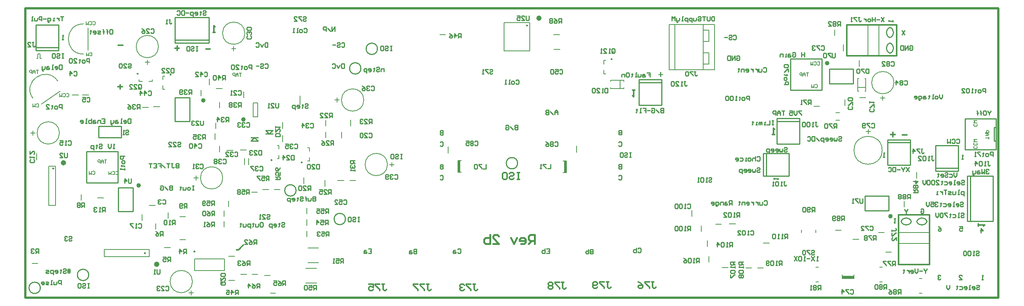
<source format=gbo>
G04*
G04 #@! TF.GenerationSoftware,Altium Limited,Altium Designer,22.6.1 (34)*
G04*
G04 Layer_Color=33789*
%FSLAX43Y43*%
%MOMM*%
G71*
G04*
G04 #@! TF.SameCoordinates,AAD44367-0764-4FA4-9AEF-FD5D00886B8E*
G04*
G04*
G04 #@! TF.FilePolarity,Positive*
G04*
G01*
G75*
%ADD10C,0.254*%
%ADD11C,0.600*%
%ADD12C,0.250*%
%ADD13C,0.500*%
%ADD14C,0.200*%
%ADD97C,0.400*%
%ADD117C,0.300*%
%ADD118C,0.203*%
%ADD119C,0.150*%
%ADD120C,0.150*%
%ADD121R,0.550X2.600*%
%ADD122R,2.600X0.550*%
G36*
X239921Y143222D02*
X240356D01*
Y143038D01*
X239921D01*
Y142600D01*
X239736D01*
Y143038D01*
X239300D01*
Y143222D01*
X239736D01*
Y143657D01*
X239921D01*
Y143222D01*
D02*
G37*
D10*
X207770Y123200D02*
G03*
X207770Y123200I-1270J0D01*
G01*
X296000Y110100D02*
G03*
X293700Y110100I-1150J-425D01*
G01*
X293700D02*
G03*
X296000Y110100I1150J425D01*
G01*
X299500Y110100D02*
G03*
X297200Y110100I-1150J-425D01*
G01*
Y110100D02*
G03*
X299500Y110100I1150J425D01*
G01*
X291200Y150200D02*
G03*
X291200Y147900I425J-1150D01*
G01*
X291200Y147900D02*
G03*
X291200Y150200I-425J1150D01*
G01*
X291200Y153700D02*
G03*
X291200Y151400I425J-1150D01*
G01*
Y151400D02*
G03*
X291200Y153700I-425J1150D01*
G01*
X169194Y110658D02*
G03*
X169194Y110658I-1270J0D01*
G01*
X111670Y98100D02*
G03*
X111670Y98100I-1270J0D01*
G01*
X176370Y148900D02*
G03*
X176370Y148900I-1270J0D01*
G01*
X100827Y95195D02*
G03*
X100827Y95195I-1270J0D01*
G01*
X158127Y117086D02*
G03*
X158127Y117086I-1270J0D01*
G01*
X172654Y144500D02*
G03*
X172654Y144500I-1270J0D01*
G01*
X306540Y127160D02*
X306540Y121445D01*
X301460Y127160D02*
X306540Y127160D01*
X301460Y121445D02*
X306540D01*
X301460D02*
X301460Y127160D01*
X301460Y122080D02*
X306540D01*
X234960Y136260D02*
Y141975D01*
Y136260D02*
X240040Y136260D01*
X234960Y141975D02*
X240040Y141975D01*
Y136260D02*
Y141975D01*
X234960Y141340D02*
X240040Y141340D01*
X308575Y110195D02*
X314290D01*
X314290Y120355D02*
X314290Y110195D01*
X308575D02*
Y120355D01*
X314290D01*
X309210D02*
X309210Y110195D01*
X130990Y150860D02*
X138610Y150860D01*
X130990Y155940D02*
X130990Y150225D01*
X138610Y150225D01*
X130990Y155940D02*
X138610Y155940D01*
Y150225D02*
Y155940D01*
X263460Y120360D02*
X263460Y125440D01*
X262825Y125440D02*
X268540D01*
X262825Y120360D02*
X262825Y125440D01*
X268540D02*
X268540Y120360D01*
X262825D02*
X268540D01*
X265860Y132640D02*
X270940Y132640D01*
X270940Y127560D02*
Y133275D01*
X265860Y133275D02*
X270940Y133275D01*
X265860Y127560D02*
X270940Y127560D01*
X265860Y127560D02*
Y133275D01*
X290660Y122760D02*
Y128475D01*
Y122760D02*
X295740Y122760D01*
X290660Y128475D02*
X295740Y128475D01*
Y122760D02*
Y128475D01*
X290660Y127840D02*
X295740Y127840D01*
X99860Y149160D02*
X104940Y149160D01*
X99860Y148525D02*
Y154240D01*
Y148525D02*
X104940Y148525D01*
X99860Y154240D02*
X104940Y154240D01*
Y148525D02*
Y154240D01*
X148000Y129000D02*
X149600D01*
X151300Y129800D02*
X152900D01*
X134251Y132633D02*
Y137967D01*
X130949Y132633D02*
X134251D01*
X130949D02*
X130949Y137967D01*
X134251Y137967D01*
X118281Y117695D02*
X121583Y117695D01*
X118281Y112361D02*
X118281Y117695D01*
X118281Y112361D02*
X121583Y112361D01*
X121583Y117695D02*
X121583Y112361D01*
X113890Y131470D02*
X113890Y128930D01*
X118970Y131470D02*
X118970Y128930D01*
X113890Y131470D02*
X118970Y131470D01*
X113890Y128930D02*
X118970Y128930D01*
X290929Y112545D02*
Y115847D01*
X285595Y115847D02*
X290929Y115847D01*
X285595Y115847D02*
X285595Y112545D01*
X290929Y112545D01*
X277634Y144391D02*
X282968Y144391D01*
X282968Y141089D01*
X277634Y141089D02*
X282968Y141089D01*
X277634Y141089D02*
X277634Y144391D01*
D11*
X212853Y155791D02*
G03*
X212853Y155791I-300J0D01*
G01*
X127200Y100500D02*
G03*
X127200Y100500I-300J0D01*
G01*
X106305Y123287D02*
G03*
X106305Y123287I-300J0D01*
G01*
D12*
X210011Y154140D02*
G03*
X210011Y154140I-125J0D01*
G01*
X228950Y146578D02*
G03*
X228950Y146578I-125J0D01*
G01*
X124389Y103000D02*
G03*
X124389Y103000I-125J0D01*
G01*
X130125Y143100D02*
G03*
X130125Y143100I-125J0D01*
G01*
X122738Y143300D02*
G03*
X122738Y143300I-125J0D01*
G01*
X152725Y123900D02*
G03*
X152725Y123900I-125J0D01*
G01*
X103844Y122017D02*
G03*
X103844Y122017I-125J0D01*
G01*
X159525Y123383D02*
G03*
X159525Y123383I-125J0D01*
G01*
X135475Y103350D02*
G03*
X135475Y103350I-125J0D01*
G01*
X314508Y131233D02*
X315008D01*
X314508Y128233D02*
Y131233D01*
Y128233D02*
X315008D01*
X308008Y126233D02*
Y133233D01*
X315008D01*
Y126233D02*
Y133233D01*
X308008Y126233D02*
X315008D01*
X111200Y118800D02*
X118200D01*
X111200D02*
Y125800D01*
X118200D01*
Y118800D02*
Y125800D01*
X268901Y146640D02*
X275901D01*
X268901Y139640D02*
Y146640D01*
Y139640D02*
X275901D01*
Y146640D01*
X148800Y129000D02*
X148800D01*
X148000Y128200D02*
X148800Y129000D01*
X148800D02*
X149600Y128200D01*
X148000D02*
X149600D01*
X152100Y129800D02*
X152100D01*
X152900Y130600D01*
X151300D02*
X152100Y129800D01*
X151300Y130600D02*
X152900D01*
X307627Y124100D02*
X307294D01*
X307460D01*
Y125100D01*
X307627Y124933D01*
X306084Y128483D02*
X306250Y128650D01*
X306583D01*
X306750Y128483D01*
Y127817D01*
X306583Y127650D01*
X306250D01*
X306084Y127817D01*
X305084Y128483D02*
X305250Y128650D01*
X305584D01*
X305750Y128483D01*
Y127817D01*
X305584Y127650D01*
X305250D01*
X305084Y127817D01*
X304751Y128650D02*
Y127650D01*
X304417Y127983D01*
X304084Y127650D01*
Y128650D01*
X259690Y137308D02*
Y138308D01*
X259190D01*
X259023Y138141D01*
Y137808D01*
X259190Y137642D01*
X259690D01*
X258524Y137308D02*
X258190D01*
X258024Y137475D01*
Y137808D01*
X258190Y137975D01*
X258524D01*
X258690Y137808D01*
Y137475D01*
X258524Y137308D01*
X257524Y138141D02*
Y137975D01*
X257691D01*
X257357D01*
X257524D01*
Y137475D01*
X257357Y137308D01*
X256857D02*
X256524D01*
X256691D01*
Y138308D01*
X256857Y138141D01*
X256024D02*
X255858Y138308D01*
X255525D01*
X255358Y138141D01*
Y137475D01*
X255525Y137308D01*
X255858D01*
X256024Y137475D01*
Y138141D01*
X255025D02*
X254858Y138308D01*
X254525D01*
X254358Y138141D01*
Y137475D01*
X254525Y137308D01*
X254858D01*
X255025Y137475D01*
Y138141D01*
X130378Y118162D02*
Y117162D01*
X129878D01*
X129711Y117329D01*
Y117495D01*
X129878Y117662D01*
X130378D01*
X129878D01*
X129711Y117829D01*
Y117995D01*
X129878Y118162D01*
X130378D01*
X129378Y117162D02*
X128712Y117829D01*
X127712Y117995D02*
X127878Y118162D01*
X128212D01*
X128378Y117995D01*
Y117329D01*
X128212Y117162D01*
X127878D01*
X127712Y117329D01*
Y117662D01*
X128045D01*
X275050Y101250D02*
X274717D01*
X274883D01*
Y102250D01*
X275050Y102083D01*
X274217Y102250D02*
X273550Y101250D01*
Y102250D02*
X274217Y101250D01*
X273217Y101750D02*
X272551D01*
X272218Y101250D02*
X271884D01*
X272051D01*
Y102250D01*
X272218Y102083D01*
X271385D02*
X271218Y102250D01*
X270885D01*
X270718Y102083D01*
Y101417D01*
X270885Y101250D01*
X271218D01*
X271385Y101417D01*
Y102083D01*
X270385Y102250D02*
X269718Y101250D01*
Y102250D02*
X270385Y101250D01*
X120489Y145419D02*
X120656Y145586D01*
X120989D01*
X121156Y145419D01*
Y145253D01*
X120989Y145086D01*
X120656D01*
X120489Y144919D01*
Y144753D01*
X120656Y144586D01*
X120989D01*
X121156Y144753D01*
X119490Y144586D02*
X120156D01*
X119490Y145253D01*
Y145419D01*
X119656Y145586D01*
X119990D01*
X120156Y145419D01*
X119156D02*
X118990Y145586D01*
X118657D01*
X118490Y145419D01*
Y144753D01*
X118657Y144586D01*
X118990D01*
X119156Y144753D01*
Y145419D01*
X154884Y109716D02*
X155050Y109883D01*
X155383D01*
X155550Y109716D01*
Y109550D01*
X155383Y109383D01*
X155050D01*
X154884Y109216D01*
Y109050D01*
X155050Y108883D01*
X155383D01*
X155550Y109050D01*
X154384Y109716D02*
Y109550D01*
X154550D01*
X154217D01*
X154384D01*
Y109050D01*
X154217Y108883D01*
X153217D02*
X153551D01*
X153717Y109050D01*
Y109383D01*
X153551Y109550D01*
X153217D01*
X153051Y109383D01*
Y109216D01*
X153717D01*
X152718Y108550D02*
Y109550D01*
X152218D01*
X152051Y109383D01*
Y109050D01*
X152218Y108883D01*
X152718D01*
X150218Y109883D02*
X150552D01*
X150718Y109716D01*
Y109050D01*
X150552Y108883D01*
X150218D01*
X150052Y109050D01*
Y109716D01*
X150218Y109883D01*
X149719Y109550D02*
Y109050D01*
X149552Y108883D01*
X149052D01*
Y109550D01*
X148552Y109716D02*
Y109550D01*
X148719D01*
X148386D01*
X148552D01*
Y109050D01*
X148386Y108883D01*
X147886Y108550D02*
Y109550D01*
X147386D01*
X147219Y109383D01*
Y109050D01*
X147386Y108883D01*
X147886D01*
X146886Y109550D02*
Y109050D01*
X146720Y108883D01*
X146220D01*
Y109550D01*
X145720Y109716D02*
Y109550D01*
X145886D01*
X145553D01*
X145720D01*
Y109050D01*
X145553Y108883D01*
X151534Y111483D02*
X151700Y111650D01*
X152033D01*
X152200Y111483D01*
Y111316D01*
X152033Y111150D01*
X151700D01*
X151534Y110983D01*
Y110817D01*
X151700Y110650D01*
X152033D01*
X152200Y110817D01*
X150534Y110650D02*
X151200D01*
X150534Y111316D01*
Y111483D01*
X150700Y111650D01*
X151034D01*
X151200Y111483D01*
X150201Y110650D02*
X149867D01*
X150034D01*
Y111650D01*
X150201Y111483D01*
X131584Y127769D02*
X131750Y127936D01*
X132083D01*
X132250Y127769D01*
Y127603D01*
X132083Y127436D01*
X131750D01*
X131584Y127270D01*
Y127103D01*
X131750Y126936D01*
X132083D01*
X132250Y127103D01*
X130584Y126936D02*
X131250D01*
X130584Y127603D01*
Y127769D01*
X130750Y127936D01*
X131084D01*
X131250Y127769D01*
X129584Y126936D02*
X130251D01*
X129584Y127603D01*
Y127769D01*
X129751Y127936D01*
X130084D01*
X130251Y127769D01*
X107227Y106626D02*
X107394Y106793D01*
X107727D01*
X107894Y106626D01*
Y106459D01*
X107727Y106293D01*
X107394D01*
X107227Y106126D01*
Y105960D01*
X107394Y105793D01*
X107727D01*
X107894Y105960D01*
X106894Y106626D02*
X106727Y106793D01*
X106394D01*
X106227Y106626D01*
Y106459D01*
X106394Y106293D01*
X106561D01*
X106394D01*
X106227Y106126D01*
Y105960D01*
X106394Y105793D01*
X106727D01*
X106894Y105960D01*
X107400Y98500D02*
Y99500D01*
X107067D02*
Y98500D01*
X107566Y99167D02*
X107067D01*
X106900D01*
X107566Y98833D02*
X106900D01*
X105900Y99333D02*
X106067Y99500D01*
X106400D01*
X106567Y99333D01*
Y99167D01*
X106400Y99000D01*
X106067D01*
X105900Y98833D01*
Y98667D01*
X106067Y98500D01*
X106400D01*
X106567Y98667D01*
X105401Y99333D02*
Y99167D01*
X105567D01*
X105234D01*
X105401D01*
Y98667D01*
X105234Y98500D01*
X104234D02*
X104567D01*
X104734Y98667D01*
Y99000D01*
X104567Y99167D01*
X104234D01*
X104068Y99000D01*
Y98833D01*
X104734D01*
X103734Y98167D02*
Y99167D01*
X103235D01*
X103068Y99000D01*
Y98667D01*
X103235Y98500D01*
X103734D01*
X102735D02*
X102235D01*
X102068Y98667D01*
X102235Y98833D01*
X102568D01*
X102735Y99000D01*
X102568Y99167D01*
X102068D01*
X131819Y123142D02*
Y122143D01*
X131319D01*
X131152Y122309D01*
Y122476D01*
X131319Y122643D01*
X131819D01*
X131319D01*
X131152Y122809D01*
Y122976D01*
X131319Y123142D01*
X131819D01*
X130152D02*
X130486D01*
X130319D01*
Y122309D01*
X130486Y122143D01*
X130652D01*
X130819Y122309D01*
X129819Y123142D02*
X129153D01*
X129486D01*
Y122143D01*
X128820D02*
X128153Y122809D01*
X127153Y123142D02*
X127820D01*
Y122643D01*
X127487D01*
X127820D01*
Y122143D01*
X126154Y123142D02*
X126820D01*
Y122143D01*
X126154D01*
X126820Y122643D02*
X126487D01*
X125821Y123142D02*
X125154D01*
X125487D01*
Y122143D01*
X302957Y138641D02*
Y137975D01*
X302624Y137642D01*
X302291Y137975D01*
Y138641D01*
X301791Y137642D02*
X301458D01*
X301291Y137808D01*
Y138141D01*
X301458Y138308D01*
X301791D01*
X301957Y138141D01*
Y137808D01*
X301791Y137642D01*
X300958D02*
X300625D01*
X300791D01*
Y138641D01*
X300958D01*
X299958Y138475D02*
Y138308D01*
X300125D01*
X299791D01*
X299958D01*
Y137808D01*
X299791Y137642D01*
X299125Y138308D02*
X298792D01*
X298625Y138141D01*
Y137642D01*
X299125D01*
X299292Y137808D01*
X299125Y137975D01*
X298625D01*
X297959Y137308D02*
X297792D01*
X297625Y137475D01*
Y138308D01*
X298125D01*
X298292Y138141D01*
Y137808D01*
X298125Y137642D01*
X297625D01*
X296792D02*
X297126D01*
X297292Y137808D01*
Y138141D01*
X297126Y138308D01*
X296792D01*
X296626Y138141D01*
Y137975D01*
X297292D01*
X312600Y139004D02*
Y140004D01*
X312100D01*
X311934Y139837D01*
Y139504D01*
X312100Y139337D01*
X312600D01*
X311434Y139004D02*
X311100D01*
X310934Y139171D01*
Y139504D01*
X311100Y139670D01*
X311434D01*
X311600Y139504D01*
Y139171D01*
X311434Y139004D01*
X310434Y139837D02*
Y139670D01*
X310601D01*
X310267D01*
X310434D01*
Y139171D01*
X310267Y139004D01*
X309768D02*
X309434D01*
X309601D01*
Y140004D01*
X309768Y139837D01*
X308935D02*
X308768Y140004D01*
X308435D01*
X308268Y139837D01*
Y139171D01*
X308435Y139004D01*
X308768D01*
X308935Y139171D01*
Y139837D01*
X307268Y139004D02*
X307935D01*
X307268Y139670D01*
Y139837D01*
X307435Y140004D01*
X307768D01*
X307935Y139837D01*
X310484Y103283D02*
X310650Y103450D01*
X310983D01*
X311150Y103283D01*
Y103116D01*
X310983Y102950D01*
X310650D01*
X310484Y102783D01*
Y102617D01*
X310650Y102450D01*
X310983D01*
X311150Y102617D01*
X310150Y102450D02*
X309817D01*
X309984D01*
Y103450D01*
X310150Y103283D01*
X309317D02*
X309151Y103450D01*
X308817D01*
X308651Y103283D01*
Y102617D01*
X308817Y102450D01*
X309151D01*
X309317Y102617D01*
Y103283D01*
X308318D02*
X308151Y103450D01*
X307818D01*
X307651Y103283D01*
Y102617D01*
X307818Y102450D01*
X308151D01*
X308318Y102617D01*
Y103283D01*
X273584Y103483D02*
X273750Y103650D01*
X274083D01*
X274250Y103483D01*
Y103316D01*
X274083Y103150D01*
X273750D01*
X273584Y102983D01*
Y102817D01*
X273750Y102650D01*
X274083D01*
X274250Y102817D01*
X273250Y103650D02*
X272584D01*
Y103483D01*
X273250Y102817D01*
Y102650D01*
X272251Y103483D02*
X272084Y103650D01*
X271751D01*
X271584Y103483D01*
Y102817D01*
X271751Y102650D01*
X272084D01*
X272251Y102817D01*
Y103483D01*
X250584Y119783D02*
X250750Y119950D01*
X251083D01*
X251250Y119783D01*
Y119616D01*
X251083Y119450D01*
X250750D01*
X250584Y119283D01*
Y119117D01*
X250750Y118950D01*
X251083D01*
X251250Y119117D01*
X250250Y118950D02*
X249917D01*
X250084D01*
Y119950D01*
X250250Y119783D01*
X249417D02*
X249251Y119950D01*
X248917D01*
X248751Y119783D01*
Y119117D01*
X248917Y118950D01*
X249251D01*
X249417Y119117D01*
Y119783D01*
X248418Y118950D02*
X248084D01*
X248251D01*
Y119950D01*
X248418Y119783D01*
X201484Y144083D02*
X201650Y144250D01*
X201983D01*
X202150Y144083D01*
Y143916D01*
X201983Y143750D01*
X201650D01*
X201484Y143583D01*
Y143417D01*
X201650Y143250D01*
X201983D01*
X202150Y143417D01*
X201150Y144250D02*
X200484D01*
Y144083D01*
X201150Y143417D01*
Y143250D01*
X200151D02*
X199817D01*
X199984D01*
Y144250D01*
X200151Y144083D01*
X159684Y155983D02*
X159850Y156150D01*
X160183D01*
X160350Y155983D01*
Y155816D01*
X160183Y155650D01*
X159850D01*
X159684Y155483D01*
Y155317D01*
X159850Y155150D01*
X160183D01*
X160350Y155317D01*
X159350Y156150D02*
X158684D01*
Y155983D01*
X159350Y155317D01*
Y155150D01*
X157684D02*
X158351D01*
X157684Y155816D01*
Y155983D01*
X157851Y156150D01*
X158184D01*
X158351Y155983D01*
X166834Y152850D02*
Y153850D01*
X166167Y152850D01*
Y153850D01*
X165834Y152850D02*
X165167Y153516D01*
X164834Y152850D02*
Y153850D01*
X164334D01*
X164168Y153683D01*
Y153350D01*
X164334Y153183D01*
X164834D01*
X216753Y134142D02*
Y134809D01*
X216419Y135142D01*
X216086Y134809D01*
Y134142D01*
Y134642D01*
X216753D01*
X215753Y134142D02*
X215087Y134809D01*
X214753Y135142D02*
Y134142D01*
X214254D01*
X214087Y134309D01*
Y134476D01*
X214254Y134642D01*
X214753D01*
X214254D01*
X214087Y134809D01*
Y134975D01*
X214254Y135142D01*
X214753D01*
X262841Y144539D02*
X263008Y144706D01*
X263341D01*
X263507Y144539D01*
Y143873D01*
X263341Y143706D01*
X263008D01*
X262841Y143873D01*
X262508Y144372D02*
Y143873D01*
X262341Y143706D01*
X261841D01*
Y144372D01*
X261508D02*
Y143706D01*
Y144039D01*
X261341Y144206D01*
X261175Y144372D01*
X261008D01*
X260508D02*
Y143706D01*
Y144039D01*
X260342Y144206D01*
X260175Y144372D01*
X260009D01*
X259009Y143706D02*
X259342D01*
X259509Y143873D01*
Y144206D01*
X259342Y144372D01*
X259009D01*
X258842Y144206D01*
Y144039D01*
X259509D01*
X258509Y143706D02*
Y144372D01*
X258009D01*
X257843Y144206D01*
Y143706D01*
X257343Y144539D02*
Y144372D01*
X257509D01*
X257176D01*
X257343D01*
Y143873D01*
X257176Y143706D01*
X262971Y114677D02*
X263137Y114844D01*
X263471D01*
X263637Y114677D01*
Y114011D01*
X263471Y113844D01*
X263137D01*
X262971Y114011D01*
X262638Y114511D02*
Y114011D01*
X262471Y113844D01*
X261971D01*
Y114511D01*
X261638D02*
Y113844D01*
Y114177D01*
X261471Y114344D01*
X261305Y114511D01*
X261138D01*
X260638D02*
Y113844D01*
Y114177D01*
X260472Y114344D01*
X260305Y114511D01*
X260138D01*
X259139Y113844D02*
X259472D01*
X259639Y114011D01*
Y114344D01*
X259472Y114511D01*
X259139D01*
X258972Y114344D01*
Y114177D01*
X259639D01*
X258639Y113844D02*
Y114511D01*
X258139D01*
X257972Y114344D01*
Y113844D01*
X257473Y114677D02*
Y114511D01*
X257639D01*
X257306D01*
X257473D01*
Y114011D01*
X257306Y113844D01*
X255806D02*
Y114844D01*
X255307D01*
X255140Y114677D01*
Y114344D01*
X255307Y114177D01*
X255806D01*
X255473D02*
X255140Y113844D01*
X254640Y114511D02*
X254307D01*
X254140Y114344D01*
Y113844D01*
X254640D01*
X254807Y114011D01*
X254640Y114177D01*
X254140D01*
X253807Y113844D02*
Y114511D01*
X253307D01*
X253141Y114344D01*
Y113844D01*
X252474Y113511D02*
X252308D01*
X252141Y113677D01*
Y114511D01*
X252641D01*
X252807Y114344D01*
Y114011D01*
X252641Y113844D01*
X252141D01*
X251308D02*
X251641D01*
X251808Y114011D01*
Y114344D01*
X251641Y114511D01*
X251308D01*
X251141Y114344D01*
Y114177D01*
X251808D01*
X279684Y129016D02*
X279850Y129183D01*
X280183D01*
X280350Y129016D01*
Y128850D01*
X280183Y128683D01*
X279850D01*
X279684Y128516D01*
Y128350D01*
X279850Y128183D01*
X280183D01*
X280350Y128350D01*
X279350Y128850D02*
Y128350D01*
X279184Y128183D01*
X279017Y128350D01*
X278850Y128183D01*
X278684Y128350D01*
Y128850D01*
X277851Y128183D02*
X278184D01*
X278351Y128350D01*
Y128683D01*
X278184Y128850D01*
X277851D01*
X277684Y128683D01*
Y128516D01*
X278351D01*
X276851Y128183D02*
X277184D01*
X277351Y128350D01*
Y128683D01*
X277184Y128850D01*
X276851D01*
X276685Y128683D01*
Y128516D01*
X277351D01*
X276351Y127850D02*
Y128850D01*
X275851D01*
X275685Y128683D01*
Y128350D01*
X275851Y128183D01*
X276351D01*
X275352D02*
X274685Y128850D01*
X274352Y129183D02*
Y128183D01*
X273852D01*
X273685Y128350D01*
Y129016D01*
X273852Y129183D01*
X274352D01*
X272686Y129016D02*
X272852Y129183D01*
X273186D01*
X273352Y129016D01*
Y128350D01*
X273186Y128183D01*
X272852D01*
X272686Y128350D01*
X310576Y95642D02*
X310743Y95809D01*
X311076D01*
X311242Y95642D01*
Y95476D01*
X311076Y95309D01*
X310743D01*
X310576Y95142D01*
Y94976D01*
X310743Y94809D01*
X311076D01*
X311242Y94976D01*
X309743Y94809D02*
X310076D01*
X310243Y94976D01*
Y95309D01*
X310076Y95476D01*
X309743D01*
X309576Y95309D01*
Y95142D01*
X310243D01*
X309243Y94809D02*
X308910D01*
X309076D01*
Y95809D01*
X309243D01*
X307910Y94809D02*
X308243D01*
X308410Y94976D01*
Y95309D01*
X308243Y95476D01*
X307910D01*
X307743Y95309D01*
Y95142D01*
X308410D01*
X306744Y95476D02*
X307244D01*
X307410Y95309D01*
Y94976D01*
X307244Y94809D01*
X306744D01*
X306244Y95642D02*
Y95476D01*
X306411D01*
X306077D01*
X306244D01*
Y94976D01*
X306077Y94809D01*
X304578Y95809D02*
Y95142D01*
X304245Y94809D01*
X303911Y95142D01*
Y95809D01*
X168887Y145550D02*
Y144550D01*
X168387D01*
X168220Y144717D01*
Y145383D01*
X168387Y145550D01*
X168887D01*
X167887Y145216D02*
X167554Y144550D01*
X167221Y145216D01*
X166221Y145383D02*
X166388Y145550D01*
X166721D01*
X166887Y145383D01*
Y144717D01*
X166721Y144550D01*
X166388D01*
X166221Y144717D01*
X151155Y145358D02*
X151321Y145524D01*
X151655D01*
X151821Y145358D01*
Y144691D01*
X151655Y144525D01*
X151321D01*
X151155Y144691D01*
X150155Y145358D02*
X150322Y145524D01*
X150655D01*
X150822Y145358D01*
Y145191D01*
X150655Y145025D01*
X150322D01*
X150155Y144858D01*
Y144691D01*
X150322Y144525D01*
X150655D01*
X150822Y144691D01*
X149822Y145025D02*
X149155D01*
X265200Y119600D02*
Y119933D01*
Y119767D01*
X266200D01*
X266033Y119600D01*
X289998Y124582D02*
X289665D01*
X289831D01*
Y125581D01*
X289998Y125415D01*
X105972Y150950D02*
X105639D01*
X105805D01*
Y151950D01*
X105972Y151783D01*
X236744Y143555D02*
X237411D01*
Y143055D01*
X237078D01*
X237411D01*
Y142555D01*
X236244Y143221D02*
X235911D01*
X235745Y143055D01*
Y142555D01*
X236244D01*
X236411Y142722D01*
X236244Y142888D01*
X235745D01*
X235411Y143221D02*
Y142722D01*
X235245Y142555D01*
X234745D01*
Y143221D01*
X234412Y142555D02*
X234079D01*
X234245D01*
Y143555D01*
X234412D01*
X233412Y143388D02*
Y143221D01*
X233579D01*
X233245D01*
X233412D01*
Y142722D01*
X233245Y142555D01*
X232246Y143555D02*
X232579D01*
X232746Y143388D01*
Y142722D01*
X232579Y142555D01*
X232246D01*
X232079Y142722D01*
Y143388D01*
X232246Y143555D01*
X231746Y142555D02*
Y143221D01*
X231246D01*
X231079Y143055D01*
Y142555D01*
X301984Y108950D02*
X302317Y108783D01*
X302650Y108450D01*
Y108117D01*
X302483Y107950D01*
X302150D01*
X301984Y108117D01*
Y108283D01*
X302150Y108450D01*
X302650D01*
X306784Y108950D02*
X307450D01*
Y108450D01*
X307117Y108616D01*
X306950D01*
X306784Y108450D01*
Y108117D01*
X306950Y107950D01*
X307283D01*
X307450Y108117D01*
X311550Y107550D02*
Y108550D01*
X312050Y108050D01*
X311384D01*
X302560Y97883D02*
X302393Y98050D01*
X302060D01*
X301894Y97883D01*
Y97716D01*
X302060Y97550D01*
X302227D01*
X302060D01*
X301894Y97383D01*
Y97217D01*
X302060Y97050D01*
X302393D01*
X302560Y97217D01*
X306684Y97050D02*
X307350D01*
X306684Y97716D01*
Y97883D01*
X306850Y98050D01*
X307183D01*
X307350Y97883D01*
X312050Y97050D02*
X311717D01*
X311883D01*
Y98050D01*
X312050Y97883D01*
X151773Y150310D02*
Y149310D01*
X151273D01*
X151107Y149477D01*
Y150143D01*
X151273Y150310D01*
X151773D01*
X150773Y149976D02*
X150440Y149310D01*
X150107Y149976D01*
X149107Y150143D02*
X149274Y150310D01*
X149607D01*
X149774Y150143D01*
Y149477D01*
X149607Y149310D01*
X149274D01*
X149107Y149477D01*
X135250Y118150D02*
X134917D01*
X135083D01*
Y117150D01*
X135250D01*
X134917D01*
X134250D02*
X133917D01*
X133750Y117317D01*
Y117650D01*
X133917Y117816D01*
X134250D01*
X134417Y117650D01*
Y117317D01*
X134250Y117150D01*
X133417Y117816D02*
Y117317D01*
X133251Y117150D01*
X132751D01*
Y117816D01*
X132251Y117983D02*
Y117816D01*
X132418D01*
X132084D01*
X132251D01*
Y117317D01*
X132084Y117150D01*
X292150Y110750D02*
X292483D01*
X292317D01*
Y109750D01*
X292150Y109917D01*
X291850Y155250D02*
Y154917D01*
Y155083D01*
X290850D01*
X291017Y155250D01*
X106001Y147850D02*
X105668D01*
X105834D01*
Y146850D01*
X106001D01*
X105668D01*
X104501Y147683D02*
X104668Y147850D01*
X105001D01*
X105168Y147683D01*
Y147516D01*
X105001Y147350D01*
X104668D01*
X104501Y147183D01*
Y147017D01*
X104668Y146850D01*
X105001D01*
X105168Y147017D01*
X103668Y147850D02*
X104002D01*
X104168Y147683D01*
Y147017D01*
X104002Y146850D01*
X103668D01*
X103502Y147017D01*
Y147683D01*
X103668Y147850D01*
X261384Y124535D02*
X261550Y124701D01*
X261883D01*
X262050Y124535D01*
Y123868D01*
X261883Y123702D01*
X261550D01*
X261384Y123868D01*
X261050Y124701D02*
Y123702D01*
Y124201D01*
X260884Y124368D01*
X260550D01*
X260384Y124201D01*
Y123702D01*
X259884D02*
X259551D01*
X259384Y123868D01*
Y124201D01*
X259551Y124368D01*
X259884D01*
X260051Y124201D01*
Y123868D01*
X259884Y123702D01*
X259051D02*
X258718D01*
X258884D01*
Y124368D01*
X259051D01*
X257551D02*
X258051D01*
X258218Y124201D01*
Y123868D01*
X258051Y123702D01*
X257551D01*
X256718D02*
X257052D01*
X257218Y123868D01*
Y124201D01*
X257052Y124368D01*
X256718D01*
X256552Y124201D01*
Y124035D01*
X257218D01*
X181850Y125246D02*
X181517D01*
X181683D01*
Y124247D01*
X181850D01*
X181517D01*
X180350Y125080D02*
X180517Y125246D01*
X180850D01*
X181017Y125080D01*
Y124913D01*
X180850Y124746D01*
X180517D01*
X180350Y124580D01*
Y124413D01*
X180517Y124247D01*
X180850D01*
X181017Y124413D01*
X179517Y125246D02*
X179851D01*
X180017Y125080D01*
Y124413D01*
X179851Y124247D01*
X179517D01*
X179351Y124413D01*
Y125080D01*
X179517Y125246D01*
X233202Y125543D02*
X232869D01*
X233035D01*
Y124543D01*
X233202D01*
X232869D01*
X231702Y125376D02*
X231869Y125543D01*
X232202D01*
X232369Y125376D01*
Y125209D01*
X232202Y125043D01*
X231869D01*
X231702Y124876D01*
Y124710D01*
X231869Y124543D01*
X232202D01*
X232369Y124710D01*
X230869Y125543D02*
X231203D01*
X231369Y125376D01*
Y124710D01*
X231203Y124543D01*
X230869D01*
X230703Y124710D01*
Y125376D01*
X230869Y125543D01*
X230384Y120283D02*
X230550Y120450D01*
X230883D01*
X231050Y120283D01*
Y119617D01*
X230883Y119450D01*
X230550D01*
X230384Y119617D01*
Y127827D02*
X230550Y127994D01*
X230883D01*
X231050Y127827D01*
Y127161D01*
X230883Y126994D01*
X230550D01*
X230384Y127161D01*
X231050Y130595D02*
Y129595D01*
X230550D01*
X230384Y129762D01*
Y129928D01*
X230550Y130095D01*
X231050D01*
X230550D01*
X230384Y130262D01*
Y130428D01*
X230550Y130595D01*
X231050D01*
Y122950D02*
Y121950D01*
X230550D01*
X230384Y122117D01*
Y122283D01*
X230550Y122450D01*
X231050D01*
X230550D01*
X230384Y122616D01*
Y122783D01*
X230550Y122950D01*
X231050D01*
X191050Y122904D02*
Y121904D01*
X190550D01*
X190384Y122071D01*
Y122237D01*
X190550Y122404D01*
X191050D01*
X190550D01*
X190384Y122571D01*
Y122737D01*
X190550Y122904D01*
X191050D01*
Y130550D02*
Y129550D01*
X190550D01*
X190384Y129717D01*
Y129883D01*
X190550Y130050D01*
X191050D01*
X190550D01*
X190384Y130216D01*
Y130383D01*
X190550Y130550D01*
X191050D01*
X190384Y120305D02*
X190550Y120471D01*
X190883D01*
X191050Y120305D01*
Y119638D01*
X190883Y119472D01*
X190550D01*
X190384Y119638D01*
Y127883D02*
X190550Y128050D01*
X190883D01*
X191050Y127883D01*
Y127217D01*
X190883Y127050D01*
X190550D01*
X190384Y127217D01*
X168288Y150143D02*
X168455Y150310D01*
X168788D01*
X168954Y150143D01*
Y149477D01*
X168788Y149310D01*
X168455D01*
X168288Y149477D01*
X167288Y150143D02*
X167455Y150310D01*
X167788D01*
X167955Y150143D01*
Y149976D01*
X167788Y149810D01*
X167455D01*
X167288Y149643D01*
Y149477D01*
X167455Y149310D01*
X167788D01*
X167955Y149477D01*
X166955Y149810D02*
X166289D01*
X256084Y151802D02*
X256250Y151969D01*
X256583D01*
X256750Y151802D01*
Y151136D01*
X256583Y150969D01*
X256250D01*
X256084Y151136D01*
X255084Y151802D02*
X255250Y151969D01*
X255584D01*
X255750Y151802D01*
Y151636D01*
X255584Y151469D01*
X255250D01*
X255084Y151303D01*
Y151136D01*
X255250Y150969D01*
X255584D01*
X255750Y151136D01*
X254751Y151469D02*
X254084D01*
X256784Y147183D02*
X256950Y147350D01*
X257283D01*
X257450Y147183D01*
Y146517D01*
X257283Y146350D01*
X256950D01*
X256784Y146517D01*
Y146850D01*
X257117D01*
X256450Y146350D02*
Y147350D01*
X255784Y146350D01*
Y147350D01*
X255451D02*
Y146350D01*
X254951D01*
X254784Y146517D01*
Y147183D01*
X254951Y147350D01*
X255451D01*
X261384Y121985D02*
X261550Y122151D01*
X261883D01*
X262050Y121985D01*
Y121818D01*
X261883Y121652D01*
X261550D01*
X261384Y121485D01*
Y121318D01*
X261550Y121152D01*
X261883D01*
X262050Y121318D01*
X261050Y121818D02*
Y121318D01*
X260884Y121152D01*
X260717Y121318D01*
X260550Y121152D01*
X260384Y121318D01*
Y121818D01*
X259551Y121152D02*
X259884D01*
X260051Y121318D01*
Y121652D01*
X259884Y121818D01*
X259551D01*
X259384Y121652D01*
Y121485D01*
X260051D01*
X258551Y121152D02*
X258884D01*
X259051Y121318D01*
Y121652D01*
X258884Y121818D01*
X258551D01*
X258385Y121652D01*
Y121485D01*
X259051D01*
X258051Y120818D02*
Y121818D01*
X257551D01*
X257385Y121652D01*
Y121318D01*
X257551Y121152D01*
X258051D01*
X271351Y134950D02*
X270684D01*
Y134783D01*
X271351Y134117D01*
Y133950D01*
X270351Y134950D02*
Y134283D01*
X270018Y133950D01*
X269685Y134283D01*
Y134950D01*
X268685D02*
X269352D01*
Y134450D01*
X269018Y134616D01*
X268852D01*
X268685Y134450D01*
Y134117D01*
X268852Y133950D01*
X269185D01*
X269352Y134117D01*
X207384Y141783D02*
X207550Y141950D01*
X207883D01*
X208050Y141783D01*
Y141117D01*
X207883Y140950D01*
X207550D01*
X207384Y141117D01*
X206884Y140950D02*
X206550D01*
X206384Y141117D01*
Y141450D01*
X206550Y141616D01*
X206884D01*
X207050Y141450D01*
Y141117D01*
X206884Y140950D01*
X206051D02*
X205717D01*
X205884D01*
Y141950D01*
X206051D01*
X205218Y140950D02*
X204884D01*
X205051D01*
Y141950D01*
X205218D01*
X207750Y131750D02*
Y130750D01*
X207250D01*
X207084Y130917D01*
Y131083D01*
X207250Y131250D01*
X207750D01*
X207250D01*
X207084Y131416D01*
Y131583D01*
X207250Y131750D01*
X207750D01*
X206750Y130750D02*
X206084Y131416D01*
X205084Y131583D02*
X205251Y131750D01*
X205584D01*
X205751Y131583D01*
Y130917D01*
X205584Y130750D01*
X205251D01*
X205084Y130917D01*
Y131250D01*
X205417D01*
X159884Y153383D02*
X160050Y153550D01*
X160383D01*
X160550Y153383D01*
Y152717D01*
X160383Y152550D01*
X160050D01*
X159884Y152717D01*
X159384Y152550D02*
X159050D01*
X158884Y152717D01*
Y153050D01*
X159050Y153216D01*
X159384D01*
X159550Y153050D01*
Y152717D01*
X159384Y152550D01*
X158551D02*
X158217D01*
X158384D01*
Y153550D01*
X158551D01*
X157718Y152550D02*
X157384D01*
X157551D01*
Y153550D01*
X157718D01*
X160084Y136416D02*
X160250Y136583D01*
X160583D01*
X160750Y136416D01*
Y136250D01*
X160583Y136083D01*
X160250D01*
X160084Y135916D01*
Y135750D01*
X160250Y135583D01*
X160583D01*
X160750Y135750D01*
X159584Y136416D02*
Y136250D01*
X159750D01*
X159417D01*
X159584D01*
Y135750D01*
X159417Y135583D01*
X158417D02*
X158751D01*
X158917Y135750D01*
Y136083D01*
X158751Y136250D01*
X158417D01*
X158251Y136083D01*
Y135916D01*
X158917D01*
X157918Y135250D02*
Y136250D01*
X157418D01*
X157251Y136083D01*
Y135750D01*
X157418Y135583D01*
X157918D01*
X148141Y144280D02*
Y145280D01*
X147641D01*
X147474Y145113D01*
Y144780D01*
X147641Y144613D01*
X148141D01*
X146974Y144280D02*
X146641D01*
X146474Y144447D01*
Y144780D01*
X146641Y144946D01*
X146974D01*
X147141Y144780D01*
Y144447D01*
X146974Y144280D01*
X145975Y145113D02*
Y144946D01*
X146141D01*
X145808D01*
X145975D01*
Y144447D01*
X145808Y144280D01*
X144642D02*
X145308D01*
X144642Y144946D01*
Y145113D01*
X144808Y145280D01*
X145141D01*
X145308Y145113D01*
X144308D02*
X144142Y145280D01*
X143809D01*
X143642Y145113D01*
Y144447D01*
X143809Y144280D01*
X144142D01*
X144308Y144447D01*
Y145113D01*
X136087Y149450D02*
X135754D01*
X135921D01*
Y148450D01*
X136087D01*
X135754D01*
X134588Y149283D02*
X134755Y149450D01*
X135088D01*
X135254Y149283D01*
Y149116D01*
X135088Y148950D01*
X134755D01*
X134588Y148783D01*
Y148617D01*
X134755Y148450D01*
X135088D01*
X135254Y148617D01*
X133755Y149450D02*
X134088D01*
X134255Y149283D01*
Y148617D01*
X134088Y148450D01*
X133755D01*
X133588Y148617D01*
Y149283D01*
X133755Y149450D01*
X295143Y112850D02*
Y112683D01*
X294809Y112350D01*
X294476Y112683D01*
Y112850D01*
X294809Y112350D02*
Y111850D01*
X298084Y112783D02*
X298250Y112950D01*
X298583D01*
X298750Y112783D01*
Y112117D01*
X298583Y111950D01*
X298250D01*
X298084Y112117D01*
Y112450D01*
X298417D01*
X307750Y115850D02*
Y116850D01*
X307250D01*
X307084Y116683D01*
Y116350D01*
X307250Y116183D01*
X307750D01*
X306750D02*
X306417D01*
X306584D01*
Y117183D01*
X306750D01*
X305917Y116850D02*
Y116350D01*
X305751Y116183D01*
X305251D01*
Y116850D01*
X304918Y116183D02*
X304418D01*
X304251Y116350D01*
X304418Y116516D01*
X304751D01*
X304918Y116683D01*
X304751Y116850D01*
X304251D01*
X303918Y117183D02*
X303251D01*
X303585D01*
Y116183D01*
X302918Y116850D02*
Y116183D01*
Y116516D01*
X302752Y116683D01*
X302585Y116850D01*
X302418D01*
X301919Y116183D02*
X301585D01*
X301752D01*
Y116850D01*
X301919D01*
X307181Y119209D02*
X307348Y119376D01*
X307681D01*
X307847Y119209D01*
Y119043D01*
X307681Y118876D01*
X307348D01*
X307181Y118709D01*
Y118543D01*
X307348Y118376D01*
X307681D01*
X307847Y118543D01*
X306348Y118376D02*
X306681D01*
X306848Y118543D01*
Y118876D01*
X306681Y119043D01*
X306348D01*
X306181Y118876D01*
Y118709D01*
X306848D01*
X305848Y118376D02*
X305515D01*
X305681D01*
Y119376D01*
X305848D01*
X304515Y118376D02*
X304848D01*
X305015Y118543D01*
Y118876D01*
X304848Y119043D01*
X304515D01*
X304349Y118876D01*
Y118709D01*
X305015D01*
X303349Y119043D02*
X303849D01*
X304015Y118876D01*
Y118543D01*
X303849Y118376D01*
X303349D01*
X302849Y119209D02*
Y119043D01*
X303016D01*
X302682D01*
X302849D01*
Y118543D01*
X302682Y118376D01*
X301516D02*
X302183D01*
X301516Y119043D01*
Y119209D01*
X301683Y119376D01*
X302016D01*
X302183Y119209D01*
X301183D02*
X301016Y119376D01*
X300683D01*
X300517Y119209D01*
Y118543D01*
X300683Y118376D01*
X301016D01*
X301183Y118543D01*
Y119209D01*
X300183D02*
X300017Y119376D01*
X299683D01*
X299517Y119209D01*
Y118543D01*
X299683Y118376D01*
X300017D01*
X300183Y118543D01*
Y119209D01*
X299184Y119376D02*
Y118709D01*
X298850Y118376D01*
X298517Y118709D01*
Y119376D01*
X307066Y111830D02*
X307232Y111996D01*
X307565D01*
X307732Y111830D01*
Y111663D01*
X307565Y111496D01*
X307232D01*
X307066Y111330D01*
Y111163D01*
X307232Y110997D01*
X307565D01*
X307732Y111163D01*
X306732Y110997D02*
X306399D01*
X306566D01*
Y111996D01*
X306732D01*
X305233Y111663D02*
X305733D01*
X305899Y111496D01*
Y111163D01*
X305733Y110997D01*
X305233D01*
X304733Y111830D02*
Y111663D01*
X304900D01*
X304566D01*
X304733D01*
Y111163D01*
X304566Y110997D01*
X304067Y111996D02*
X303400D01*
Y111830D01*
X304067Y111163D01*
Y110997D01*
X303067Y111830D02*
X302900Y111996D01*
X302567D01*
X302400Y111830D01*
Y111163D01*
X302567Y110997D01*
X302900D01*
X303067Y111163D01*
Y111830D01*
X302067Y111996D02*
Y111330D01*
X301734Y110997D01*
X301401Y111330D01*
Y111996D01*
X306960Y114276D02*
X307127Y114443D01*
X307460D01*
X307627Y114276D01*
Y114109D01*
X307460Y113943D01*
X307127D01*
X306960Y113776D01*
Y113610D01*
X307127Y113443D01*
X307460D01*
X307627Y113610D01*
X306127Y113443D02*
X306460D01*
X306627Y113610D01*
Y113943D01*
X306460Y114109D01*
X306127D01*
X305961Y113943D01*
Y113776D01*
X306627D01*
X305627Y113443D02*
X305294D01*
X305461D01*
Y114443D01*
X305627D01*
X304294Y113443D02*
X304628D01*
X304794Y113610D01*
Y113943D01*
X304628Y114109D01*
X304294D01*
X304128Y113943D01*
Y113776D01*
X304794D01*
X303128Y114109D02*
X303628D01*
X303795Y113943D01*
Y113610D01*
X303628Y113443D01*
X303128D01*
X302628Y114276D02*
Y114109D01*
X302795D01*
X302462D01*
X302628D01*
Y113610D01*
X302462Y113443D01*
X301962Y114276D02*
X301795Y114443D01*
X301462D01*
X301295Y114276D01*
Y114109D01*
X301462Y113943D01*
X301629D01*
X301462D01*
X301295Y113776D01*
Y113610D01*
X301462Y113443D01*
X301795D01*
X301962Y113610D01*
X300296Y114443D02*
X300962D01*
Y113943D01*
X300629Y114109D01*
X300462D01*
X300296Y113943D01*
Y113610D01*
X300462Y113443D01*
X300796D01*
X300962Y113610D01*
X299963Y114443D02*
Y113776D01*
X299629Y113443D01*
X299296Y113776D01*
Y114443D01*
X267598Y134950D02*
X266932D01*
X267265D01*
Y133950D01*
X266599D02*
Y134616D01*
X266266Y134950D01*
X265932Y134616D01*
Y133950D01*
Y134450D01*
X266599D01*
X265599Y133950D02*
Y134950D01*
X265099D01*
X264933Y134783D01*
Y134450D01*
X265099Y134283D01*
X265599D01*
X295584Y149423D02*
X295750Y149590D01*
X296083D01*
X296250Y149423D01*
Y148757D01*
X296083Y148590D01*
X295750D01*
X295584Y148757D01*
Y149090D01*
X295917D01*
X295250Y148590D02*
Y149590D01*
X294584Y148590D01*
Y149590D01*
X294251D02*
Y148590D01*
X293751D01*
X293584Y148757D01*
Y149423D01*
X293751Y149590D01*
X294251D01*
X293850Y152040D02*
X294516Y153040D01*
Y152040D02*
X293850Y153040D01*
X123100Y135371D02*
Y136371D01*
X122600D01*
X122434Y136204D01*
Y135871D01*
X122600Y135704D01*
X123100D01*
X122767D02*
X122434Y135371D01*
X122100Y136204D02*
X121934Y136371D01*
X121600D01*
X121434Y136204D01*
Y136037D01*
X121600Y135871D01*
X121767D01*
X121600D01*
X121434Y135704D01*
Y135538D01*
X121600Y135371D01*
X121934D01*
X122100Y135538D01*
X120434Y136371D02*
X120767Y136204D01*
X121101Y135871D01*
Y135538D01*
X120934Y135371D01*
X120601D01*
X120434Y135538D01*
Y135704D01*
X120601Y135871D01*
X121101D01*
X168766Y114833D02*
X168933Y115000D01*
X169266D01*
X169433Y114833D01*
Y114167D01*
X169266Y114000D01*
X168933D01*
X168766Y114167D01*
X167767Y115000D02*
X168433D01*
Y114500D01*
X168100Y114667D01*
X167933D01*
X167767Y114500D01*
Y114167D01*
X167933Y114000D01*
X168267D01*
X168433Y114167D01*
X166767Y114000D02*
X167434D01*
X166767Y114667D01*
Y114833D01*
X166934Y115000D01*
X167267D01*
X167434Y114833D01*
X171257Y123775D02*
X170257D01*
Y123275D01*
X170423Y123109D01*
X170757D01*
X170923Y123275D01*
Y123775D01*
Y123442D02*
X171257Y123109D01*
X170423Y122775D02*
X170257Y122609D01*
Y122276D01*
X170423Y122109D01*
X170590D01*
X170757Y122276D01*
Y122442D01*
Y122276D01*
X170923Y122109D01*
X171090D01*
X171257Y122276D01*
Y122609D01*
X171090Y122775D01*
X171257Y121776D02*
Y121443D01*
Y121609D01*
X170257D01*
X170423Y121776D01*
X137558Y143497D02*
X137724Y143663D01*
X138058D01*
X138224Y143497D01*
Y142830D01*
X138058Y142664D01*
X137724D01*
X137558Y142830D01*
X136725Y142664D02*
Y143663D01*
X137225Y143164D01*
X136558D01*
X135559Y142664D02*
X136225D01*
X135559Y143330D01*
Y143497D01*
X135725Y143663D01*
X136058D01*
X136225Y143497D01*
X286433Y144400D02*
Y143400D01*
X285933D01*
X285766Y143567D01*
Y144233D01*
X285933Y144400D01*
X286433D01*
X285433D02*
X284767D01*
Y144233D01*
X285433Y143567D01*
Y143400D01*
X284434Y144233D02*
X284267Y144400D01*
X283934D01*
X283767Y144233D01*
Y143567D01*
X283934Y143400D01*
X284267D01*
X284434Y143567D01*
Y144233D01*
X227957Y140022D02*
Y139022D01*
X227458D01*
X227291Y139189D01*
Y139855D01*
X227458Y140022D01*
X227957D01*
X226958Y139022D02*
X226625D01*
X226791D01*
Y140022D01*
X226958Y139855D01*
X225458Y139022D02*
X226125D01*
X225458Y139689D01*
Y139855D01*
X225625Y140022D01*
X225958D01*
X226125Y139855D01*
X225125D02*
X224958Y140022D01*
X224625D01*
X224459Y139855D01*
Y139189D01*
X224625Y139022D01*
X224958D01*
X225125Y139189D01*
Y139855D01*
X291600Y107866D02*
Y108200D01*
Y108033D01*
X292433D01*
X292600Y108200D01*
Y108366D01*
X292433Y108533D01*
X291600Y107533D02*
Y106867D01*
X291767D01*
X292433Y107533D01*
X292600D01*
Y105867D02*
Y106534D01*
X291933Y105867D01*
X291767D01*
X291600Y106034D01*
Y106367D01*
X291767Y106534D01*
X299459Y99475D02*
Y99308D01*
X299125Y98975D01*
X298792Y99308D01*
Y99475D01*
X299125Y98975D02*
Y98475D01*
X298459Y98975D02*
X297793D01*
X297459Y99475D02*
Y98808D01*
X297126Y98475D01*
X296793Y98808D01*
Y99475D01*
X295960Y98475D02*
X296293D01*
X296460Y98642D01*
Y98975D01*
X296293Y99142D01*
X295960D01*
X295793Y98975D01*
Y98808D01*
X296460D01*
X295460Y99142D02*
Y98475D01*
Y98808D01*
X295293Y98975D01*
X295127Y99142D01*
X294960D01*
X294294Y99308D02*
Y99142D01*
X294460D01*
X294127D01*
X294294D01*
Y98642D01*
X294127Y98475D01*
X274302Y112309D02*
Y113309D01*
X273802D01*
X273635Y113142D01*
Y112809D01*
X273802Y112642D01*
X274302D01*
X273968D02*
X273635Y112309D01*
X273302Y112476D02*
X273135Y112309D01*
X272802D01*
X272635Y112476D01*
Y113142D01*
X272802Y113309D01*
X273135D01*
X273302Y113142D01*
Y112975D01*
X273135Y112809D01*
X272635D01*
X272302Y113142D02*
X272136Y113309D01*
X271802D01*
X271636Y113142D01*
Y112476D01*
X271802Y112309D01*
X272136D01*
X272302Y112476D01*
Y113142D01*
X228841Y148118D02*
Y148784D01*
X229008Y148951D01*
X229341D01*
X229508Y148784D01*
Y148118D01*
X229341Y147951D01*
X229008D01*
X229175Y148284D02*
X228841Y147951D01*
X229008D02*
X228841Y148118D01*
X228508Y147951D02*
X228175D01*
X228342D01*
Y148951D01*
X228508Y148784D01*
X227009Y147951D02*
X227675D01*
X227009Y148617D01*
Y148784D01*
X227175Y148951D01*
X227509D01*
X227675Y148784D01*
X226675Y147951D02*
X226342D01*
X226509D01*
Y148951D01*
X226675Y148784D01*
X245024Y141532D02*
X245358D01*
X245191D01*
Y140699D01*
X245358Y140533D01*
X245524D01*
X245691Y140699D01*
X244691Y140533D02*
X244358D01*
X244525D01*
Y141532D01*
X244691Y141366D01*
X243192Y140533D02*
X243858D01*
X243192Y141199D01*
Y141366D01*
X243358Y141532D01*
X243692D01*
X243858Y141366D01*
X242859D02*
X242692Y141532D01*
X242359D01*
X242192Y141366D01*
Y140699D01*
X242359Y140533D01*
X242692D01*
X242859Y140699D01*
Y141366D01*
X240451Y135563D02*
Y134563D01*
X239951D01*
X239784Y134730D01*
Y134897D01*
X239951Y135063D01*
X240451D01*
X239951D01*
X239784Y135230D01*
Y135396D01*
X239951Y135563D01*
X240451D01*
X239451Y134563D02*
X238785Y135230D01*
X237785Y135396D02*
X237952Y135563D01*
X238285D01*
X238452Y135396D01*
Y134730D01*
X238285Y134563D01*
X237952D01*
X237785Y134730D01*
Y135063D01*
X238118D01*
X237452D02*
X236785D01*
X235786Y135563D02*
X236452D01*
Y135063D01*
X236119D01*
X236452D01*
Y134563D01*
X235453D02*
X235119D01*
X235286D01*
Y135563D01*
X235453D01*
X234453Y135396D02*
Y135230D01*
X234619D01*
X234286D01*
X234453D01*
Y134730D01*
X234286Y134563D01*
X217141Y144112D02*
X217308Y144278D01*
X217641D01*
X217808Y144112D01*
Y143445D01*
X217641Y143279D01*
X217308D01*
X217141Y143445D01*
X216142Y144278D02*
X216808D01*
Y143778D01*
X216475Y143945D01*
X216308D01*
X216142Y143778D01*
Y143445D01*
X216308Y143279D01*
X216642D01*
X216808Y143445D01*
X215809Y144112D02*
X215642Y144278D01*
X215309D01*
X215142Y144112D01*
Y143445D01*
X215309Y143279D01*
X215642D01*
X215809Y143445D01*
Y144112D01*
X195103Y151353D02*
Y152352D01*
X194603D01*
X194436Y152186D01*
Y151852D01*
X194603Y151686D01*
X195103D01*
X194769D02*
X194436Y151353D01*
X193603D02*
Y152352D01*
X194103Y151852D01*
X193436D01*
X192437Y152352D02*
X192770Y152186D01*
X193103Y151852D01*
Y151519D01*
X192937Y151353D01*
X192603D01*
X192437Y151519D01*
Y151686D01*
X192603Y151852D01*
X193103D01*
X217600Y154700D02*
Y155700D01*
X217100D01*
X216934Y155533D01*
Y155200D01*
X217100Y155033D01*
X217600D01*
X217267D02*
X216934Y154700D01*
X215934Y155700D02*
X216267Y155533D01*
X216600Y155200D01*
Y154867D01*
X216434Y154700D01*
X216100D01*
X215934Y154867D01*
Y155033D01*
X216100Y155200D01*
X216600D01*
X215601Y155533D02*
X215434Y155700D01*
X215101D01*
X214934Y155533D01*
Y155366D01*
X215101Y155200D01*
X214934Y155033D01*
Y154867D01*
X215101Y154700D01*
X215434D01*
X215601Y154867D01*
Y155033D01*
X215434Y155200D01*
X215601Y155366D01*
Y155533D01*
X215434Y155200D02*
X215101D01*
X210300Y156300D02*
Y155467D01*
X210133Y155300D01*
X209800D01*
X209634Y155467D01*
Y156300D01*
X208634Y155300D02*
X209300D01*
X208634Y155966D01*
Y156133D01*
X208800Y156300D01*
X209134D01*
X209300Y156133D01*
X207634Y156300D02*
X208301D01*
Y155800D01*
X207967Y155966D01*
X207801D01*
X207634Y155800D01*
Y155467D01*
X207801Y155300D01*
X208134D01*
X208301Y155467D01*
X295733Y115200D02*
Y116200D01*
X295233D01*
X295066Y116033D01*
Y115700D01*
X295233Y115533D01*
X295733D01*
X295400D02*
X295066Y115200D01*
X294733Y116033D02*
X294567Y116200D01*
X294233D01*
X294067Y116033D01*
Y115867D01*
X294233Y115700D01*
X294067Y115533D01*
Y115367D01*
X294233Y115200D01*
X294567D01*
X294733Y115367D01*
Y115533D01*
X294567Y115700D01*
X294733Y115867D01*
Y116033D01*
X294567Y115700D02*
X294233D01*
X293734Y116033D02*
X293567Y116200D01*
X293234D01*
X293067Y116033D01*
Y115867D01*
X293234Y115700D01*
X293067Y115533D01*
Y115367D01*
X293234Y115200D01*
X293567D01*
X293734Y115367D01*
Y115533D01*
X293567Y115700D01*
X293734Y115867D01*
Y116033D01*
X293567Y115700D02*
X293234D01*
X98967Y150400D02*
X99300D01*
X99133D01*
Y149567D01*
X99300Y149400D01*
X99466D01*
X99633Y149567D01*
X97967Y149400D02*
X98633D01*
X97967Y150067D01*
Y150233D01*
X98134Y150400D01*
X98467D01*
X98633Y150233D01*
X105972Y156166D02*
X105305D01*
X105639D01*
Y155167D01*
X104972Y155833D02*
Y155167D01*
Y155500D01*
X104806Y155667D01*
X104639Y155833D01*
X104472D01*
X103973Y155167D02*
X103639D01*
X103806D01*
Y155833D01*
X103973D01*
X102806Y154834D02*
X102640D01*
X102473Y155000D01*
Y155833D01*
X102973D01*
X103140Y155667D01*
Y155333D01*
X102973Y155167D01*
X102473D01*
X102140Y155667D02*
X101473D01*
X101140Y155167D02*
Y156166D01*
X100640D01*
X100474Y156000D01*
Y155667D01*
X100640Y155500D01*
X101140D01*
X100140Y155833D02*
Y155333D01*
X99974Y155167D01*
X99474D01*
Y155833D01*
X99141Y155167D02*
X98808D01*
X98974D01*
Y156166D01*
X99141D01*
X111807Y145742D02*
Y146741D01*
X111307D01*
X111140Y146575D01*
Y146241D01*
X111307Y146075D01*
X111807D01*
X110640Y145742D02*
X110307D01*
X110140Y145908D01*
Y146241D01*
X110307Y146408D01*
X110640D01*
X110807Y146241D01*
Y145908D01*
X110640Y145742D01*
X109641Y146575D02*
Y146408D01*
X109807D01*
X109474D01*
X109641D01*
Y145908D01*
X109474Y145742D01*
X108308D02*
X108974D01*
X108308Y146408D01*
Y146575D01*
X108474Y146741D01*
X108808D01*
X108974Y146575D01*
X107974D02*
X107808Y146741D01*
X107475D01*
X107308Y146575D01*
Y145908D01*
X107475Y145742D01*
X107808D01*
X107974Y145908D01*
Y146575D01*
X116478Y153216D02*
X116811D01*
X116978Y153049D01*
Y152383D01*
X116811Y152216D01*
X116478D01*
X116311Y152383D01*
Y153049D01*
X116478Y153216D01*
X115811Y152216D02*
Y153049D01*
Y152716D01*
X115978D01*
X115645D01*
X115811D01*
Y153049D01*
X115645Y153216D01*
X114978Y152216D02*
Y153049D01*
Y152716D01*
X115145D01*
X114812D01*
X114978D01*
Y153049D01*
X114812Y153216D01*
X114312Y152216D02*
X113812D01*
X113645Y152383D01*
X113812Y152550D01*
X114145D01*
X114312Y152716D01*
X114145Y152883D01*
X113645D01*
X112812Y152216D02*
X113145D01*
X113312Y152383D01*
Y152716D01*
X113145Y152883D01*
X112812D01*
X112646Y152716D01*
Y152550D01*
X113312D01*
X112146Y153049D02*
Y152883D01*
X112312D01*
X111979D01*
X112146D01*
Y152383D01*
X111979Y152216D01*
X129597Y155499D02*
X129930D01*
X129764D01*
Y154665D01*
X129930Y154499D01*
X130097D01*
X130263Y154665D01*
X129264Y154499D02*
X128930D01*
X129097D01*
Y155499D01*
X129264Y155332D01*
X137234Y157333D02*
X137400Y157500D01*
X137733D01*
X137900Y157333D01*
Y157166D01*
X137733Y157000D01*
X137400D01*
X137234Y156833D01*
Y156667D01*
X137400Y156500D01*
X137733D01*
X137900Y156667D01*
X136734Y157333D02*
Y157166D01*
X136900D01*
X136567D01*
X136734D01*
Y156667D01*
X136567Y156500D01*
X135567D02*
X135901D01*
X136067Y156667D01*
Y157000D01*
X135901Y157166D01*
X135567D01*
X135401Y157000D01*
Y156833D01*
X136067D01*
X135068Y156167D02*
Y157166D01*
X134568D01*
X134401Y157000D01*
Y156667D01*
X134568Y156500D01*
X135068D01*
X134068Y157000D02*
X133401D01*
X133068Y157500D02*
Y156500D01*
X132568D01*
X132402Y156667D01*
Y157333D01*
X132568Y157500D01*
X133068D01*
X131402Y157333D02*
X131569Y157500D01*
X131902D01*
X132069Y157333D01*
Y156667D01*
X131902Y156500D01*
X131569D01*
X131402Y156667D01*
X145101Y139333D02*
X145268Y139500D01*
X145601D01*
X145768Y139333D01*
Y138667D01*
X145601Y138500D01*
X145268D01*
X145101Y138667D01*
X144102Y138500D02*
X144768D01*
X144102Y139167D01*
Y139333D01*
X144268Y139500D01*
X144601D01*
X144768Y139333D01*
X143768Y138500D02*
X143435D01*
X143602D01*
Y139500D01*
X143768Y139333D01*
X275766Y149433D02*
X275933Y149600D01*
X276266D01*
X276433Y149433D01*
Y148767D01*
X276266Y148600D01*
X275933D01*
X275766Y148767D01*
X275433Y149600D02*
X274767D01*
Y149433D01*
X275433Y148767D01*
Y148600D01*
X274434Y149433D02*
X274267Y149600D01*
X273934D01*
X273767Y149433D01*
Y149267D01*
X273934Y149100D01*
X274100D01*
X273934D01*
X273767Y148933D01*
Y148767D01*
X273934Y148600D01*
X274267D01*
X274434Y148767D01*
X312983Y123633D02*
X313316D01*
X313150D01*
Y122800D01*
X313316Y122633D01*
X313483D01*
X313650Y122800D01*
X312650Y122633D02*
X312317D01*
X312483D01*
Y123633D01*
X312650Y123466D01*
X311817D02*
X311650Y123633D01*
X311317D01*
X311150Y123466D01*
Y122800D01*
X311317Y122633D01*
X311650D01*
X311817Y122800D01*
Y123466D01*
X310317Y122633D02*
Y123633D01*
X310817Y123133D01*
X310151D01*
X313385Y121656D02*
X313218Y121823D01*
X312885D01*
X312718Y121656D01*
Y121490D01*
X312885Y121323D01*
X313052D01*
X312885D01*
X312718Y121157D01*
Y120990D01*
X312885Y120823D01*
X313218D01*
X313385Y120990D01*
X312385Y121823D02*
Y120823D01*
X312052Y121157D01*
X311719Y120823D01*
Y121823D01*
X311219Y121490D02*
X310886D01*
X310719Y121323D01*
Y120823D01*
X311219D01*
X311385Y120990D01*
X311219Y121157D01*
X310719D01*
X310386Y121490D02*
Y120990D01*
X310219Y120823D01*
X309719D01*
Y120657D01*
X309886Y120490D01*
X310053D01*
X309719Y120823D02*
Y121490D01*
X280079Y154045D02*
Y155045D01*
X279579D01*
X279412Y154878D01*
Y154545D01*
X279579Y154378D01*
X280079D01*
X279745D02*
X279412Y154045D01*
X279079Y154878D02*
X278912Y155045D01*
X278579D01*
X278413Y154878D01*
Y154712D01*
X278579Y154545D01*
X278413Y154378D01*
Y154212D01*
X278579Y154045D01*
X278912D01*
X279079Y154212D01*
Y154378D01*
X278912Y154545D01*
X279079Y154712D01*
Y154878D01*
X278912Y154545D02*
X278579D01*
X277413Y154045D02*
X278079D01*
X277413Y154712D01*
Y154878D01*
X277579Y155045D01*
X277913D01*
X278079Y154878D01*
X162630Y94739D02*
Y95739D01*
X162130D01*
X161964Y95572D01*
Y95239D01*
X162130Y95072D01*
X162630D01*
X162297D02*
X161964Y94739D01*
X160964Y95739D02*
X161631D01*
Y95239D01*
X161297Y95405D01*
X161131D01*
X160964Y95239D01*
Y94906D01*
X161131Y94739D01*
X161464D01*
X161631Y94906D01*
X160631Y95572D02*
X160464Y95739D01*
X160131D01*
X159964Y95572D01*
Y94906D01*
X160131Y94739D01*
X160464D01*
X160631Y94906D01*
Y95572D01*
X274383Y132400D02*
X274716D01*
X274550D01*
Y131567D01*
X274716Y131400D01*
X274883D01*
X275049Y131567D01*
X274050Y131400D02*
X273717D01*
X273883D01*
Y132400D01*
X274050Y132233D01*
X273217D02*
X273050Y132400D01*
X272717D01*
X272550Y132233D01*
Y131567D01*
X272717Y131400D01*
X273050D01*
X273217Y131567D01*
Y132233D01*
X272217D02*
X272050Y132400D01*
X271717D01*
X271551Y132233D01*
Y131567D01*
X271717Y131400D01*
X272050D01*
X272217Y131567D01*
Y132233D01*
X265116Y132800D02*
X264783D01*
X264949D01*
Y131800D01*
X265116D01*
X264783D01*
X264283Y132800D02*
Y131800D01*
X263616D01*
X263283D02*
X262950D01*
X263117D01*
Y132467D01*
X263283D01*
X262450Y131800D02*
Y132467D01*
X262283D01*
X262117Y132300D01*
Y131800D01*
Y132300D01*
X261950Y132467D01*
X261784Y132300D01*
Y131800D01*
X261450D02*
X261117D01*
X261284D01*
Y132467D01*
X261450D01*
X260451Y132633D02*
Y132467D01*
X260617D01*
X260284D01*
X260451D01*
Y131967D01*
X260284Y131800D01*
X268194Y106277D02*
Y107277D01*
X267694D01*
X267528Y107110D01*
Y106777D01*
X267694Y106610D01*
X268194D01*
X267861D02*
X267528Y106277D01*
X267194D02*
X266861D01*
X267028D01*
Y107277D01*
X267194Y107110D01*
X266361Y106277D02*
X266028D01*
X266195D01*
Y107277D01*
X266361Y107110D01*
X265528D02*
X265362Y107277D01*
X265028D01*
X264862Y107110D01*
Y106444D01*
X265028Y106277D01*
X265362D01*
X265528Y106444D01*
Y107110D01*
X266949Y100289D02*
Y101289D01*
X266450D01*
X266283Y101122D01*
Y100789D01*
X266450Y100622D01*
X266949D01*
X266616D02*
X266283Y100289D01*
X265950D02*
X265617D01*
X265783D01*
Y101289D01*
X265950Y101122D01*
X265117D02*
X264950Y101289D01*
X264617D01*
X264450Y101122D01*
Y100456D01*
X264617Y100289D01*
X264950D01*
X265117Y100456D01*
Y101122D01*
X264117Y100456D02*
X263950Y100289D01*
X263617D01*
X263451Y100456D01*
Y101122D01*
X263617Y101289D01*
X263950D01*
X264117Y101122D01*
Y100956D01*
X263950Y100789D01*
X263451D01*
X258353Y101001D02*
X257354D01*
Y100501D01*
X257520Y100335D01*
X257854D01*
X258020Y100501D01*
Y101001D01*
Y100668D02*
X258353Y100335D01*
Y100002D02*
Y99668D01*
Y99835D01*
X257354D01*
X257520Y100002D01*
Y99169D02*
X257354Y99002D01*
Y98669D01*
X257520Y98502D01*
X258187D01*
X258353Y98669D01*
Y99002D01*
X258187Y99169D01*
X257520D01*
Y98169D02*
X257354Y98002D01*
Y97669D01*
X257520Y97502D01*
X257687D01*
X257854Y97669D01*
X258020Y97502D01*
X258187D01*
X258353Y97669D01*
Y98002D01*
X258187Y98169D01*
X258020D01*
X257854Y98002D01*
X257687Y98169D01*
X257520D01*
X257854Y98002D02*
Y97669D01*
X256453Y101001D02*
X255454D01*
Y100501D01*
X255620Y100335D01*
X255954D01*
X256120Y100501D01*
Y101001D01*
Y100668D02*
X256453Y100335D01*
Y100002D02*
Y99668D01*
Y99835D01*
X255454D01*
X255620Y100002D01*
Y99169D02*
X255454Y99002D01*
Y98669D01*
X255620Y98502D01*
X256287D01*
X256453Y98669D01*
Y99002D01*
X256287Y99169D01*
X255620D01*
X255454Y98169D02*
Y97502D01*
X255620D01*
X256287Y98169D01*
X256453D01*
X248441Y100852D02*
Y101852D01*
X247942D01*
X247775Y101685D01*
Y101352D01*
X247942Y101185D01*
X248441D01*
X248108D02*
X247775Y100852D01*
X247442D02*
X247109D01*
X247275D01*
Y101852D01*
X247442Y101685D01*
X246609D02*
X246442Y101852D01*
X246109D01*
X245942Y101685D01*
Y101019D01*
X246109Y100852D01*
X246442D01*
X246609Y101019D01*
Y101685D01*
X244943Y101852D02*
X245276Y101685D01*
X245609Y101352D01*
Y101019D01*
X245442Y100852D01*
X245109D01*
X244943Y101019D01*
Y101185D01*
X245109Y101352D01*
X245609D01*
X255849Y104400D02*
Y105400D01*
X255350D01*
X255183Y105233D01*
Y104900D01*
X255350Y104733D01*
X255849D01*
X255516D02*
X255183Y104400D01*
X254850D02*
X254517D01*
X254683D01*
Y105400D01*
X254850Y105233D01*
X254017D02*
X253850Y105400D01*
X253517D01*
X253350Y105233D01*
Y104567D01*
X253517Y104400D01*
X253850D01*
X254017Y104567D01*
Y105233D01*
X252517Y104400D02*
Y105400D01*
X253017Y104900D01*
X252351D01*
X257450Y111100D02*
Y112100D01*
X256950D01*
X256784Y111933D01*
Y111600D01*
X256950Y111433D01*
X257450D01*
X257117D02*
X256784Y111100D01*
X256451D02*
X256117D01*
X256284D01*
Y112100D01*
X256451Y111933D01*
X255617D02*
X255451Y112100D01*
X255118D01*
X254951Y111933D01*
Y111267D01*
X255118Y111100D01*
X255451D01*
X255617Y111267D01*
Y111933D01*
X253951Y111100D02*
X254618D01*
X253951Y111767D01*
Y111933D01*
X254118Y112100D01*
X254451D01*
X254618Y111933D01*
X246479Y108050D02*
Y109050D01*
X245979D01*
X245813Y108883D01*
Y108550D01*
X245979Y108383D01*
X246479D01*
X246146D02*
X245813Y108050D01*
X245479D02*
X245146D01*
X245313D01*
Y109050D01*
X245479Y108883D01*
X244646D02*
X244480Y109050D01*
X244146D01*
X243980Y108883D01*
Y108217D01*
X244146Y108050D01*
X244480D01*
X244646Y108217D01*
Y108883D01*
X243647D02*
X243480Y109050D01*
X243147D01*
X242980Y108883D01*
Y108217D01*
X243147Y108050D01*
X243480D01*
X243647Y108217D01*
Y108883D01*
X293633Y93800D02*
Y94800D01*
X293133D01*
X292966Y94633D01*
Y94300D01*
X293133Y94133D01*
X293633D01*
X293300D02*
X292966Y93800D01*
X292633Y94633D02*
X292467Y94800D01*
X292133D01*
X291967Y94633D01*
Y94467D01*
X292133Y94300D01*
X291967Y94133D01*
Y93967D01*
X292133Y93800D01*
X292467D01*
X292633Y93967D01*
Y94133D01*
X292467Y94300D01*
X292633Y94467D01*
Y94633D01*
X292467Y94300D02*
X292133D01*
X290967Y94800D02*
X291300Y94633D01*
X291634Y94300D01*
Y93967D01*
X291467Y93800D01*
X291134D01*
X290967Y93967D01*
Y94133D01*
X291134Y94300D01*
X291634D01*
X296444Y116618D02*
X297444D01*
Y117117D01*
X297277Y117284D01*
X296944D01*
X296777Y117117D01*
Y116618D01*
Y116951D02*
X296444Y117284D01*
X297277Y117617D02*
X297444Y117784D01*
Y118117D01*
X297277Y118284D01*
X297110D01*
X296944Y118117D01*
X296777Y118284D01*
X296611D01*
X296444Y118117D01*
Y117784D01*
X296611Y117617D01*
X296777D01*
X296944Y117784D01*
X297110Y117617D01*
X297277D01*
X296944Y117784D02*
Y118117D01*
X296444Y119117D02*
X297444D01*
X296944Y118617D01*
Y119283D01*
X300376Y124784D02*
X300709D01*
X300542D01*
Y123951D01*
X300709Y123784D01*
X300876D01*
X301042Y123951D01*
X300043Y123784D02*
X299709D01*
X299876D01*
Y124784D01*
X300043Y124617D01*
X299210D02*
X299043Y124784D01*
X298710D01*
X298543Y124617D01*
Y123951D01*
X298710Y123784D01*
X299043D01*
X299210Y123951D01*
Y124617D01*
X297543Y123784D02*
X298210D01*
X297543Y124451D01*
Y124617D01*
X297710Y124784D01*
X298043D01*
X298210Y124617D01*
X306166Y121100D02*
Y120433D01*
X305833Y120100D01*
X305500Y120433D01*
Y121100D01*
X304500Y120767D02*
X305000D01*
X305166Y120600D01*
Y120267D01*
X305000Y120100D01*
X304500D01*
X303500Y120933D02*
X303667Y121100D01*
X304000D01*
X304167Y120933D01*
Y120767D01*
X304000Y120600D01*
X303667D01*
X303500Y120433D01*
Y120267D01*
X303667Y120100D01*
X304000D01*
X304167Y120267D01*
X302667Y120100D02*
X303000D01*
X303167Y120267D01*
Y120600D01*
X303000Y120767D01*
X302667D01*
X302500Y120600D01*
Y120433D01*
X303167D01*
X302001Y120933D02*
Y120767D01*
X302167D01*
X301834D01*
X302001D01*
Y120267D01*
X301834Y120100D01*
X267346Y119090D02*
X267679D01*
X267513D01*
Y118257D01*
X267679Y118091D01*
X267846D01*
X268013Y118257D01*
X267013Y118091D02*
X266680D01*
X266846D01*
Y119090D01*
X267013Y118924D01*
X266180D02*
X266013Y119090D01*
X265680D01*
X265513Y118924D01*
Y118257D01*
X265680Y118091D01*
X266013D01*
X266180Y118257D01*
Y118924D01*
X265180Y118091D02*
X264847D01*
X265014D01*
Y119090D01*
X265180Y118924D01*
X267493Y126600D02*
X267659Y126766D01*
X267993D01*
X268159Y126600D01*
Y126433D01*
X267993Y126267D01*
X267659D01*
X267493Y126100D01*
Y125933D01*
X267659Y125767D01*
X267993D01*
X268159Y125933D01*
X267160Y126433D02*
Y125933D01*
X266993Y125767D01*
X266826Y125933D01*
X266660Y125767D01*
X266493Y125933D01*
Y126433D01*
X265660Y125767D02*
X265993D01*
X266160Y125933D01*
Y126267D01*
X265993Y126433D01*
X265660D01*
X265493Y126267D01*
Y126100D01*
X266160D01*
X264660Y125767D02*
X264994D01*
X265160Y125933D01*
Y126267D01*
X264994Y126433D01*
X264660D01*
X264494Y126267D01*
Y126100D01*
X265160D01*
X264160Y125434D02*
Y126433D01*
X263661D01*
X263494Y126267D01*
Y125933D01*
X263661Y125767D01*
X264160D01*
X224656Y103841D02*
Y102842D01*
X224156D01*
X223989Y103008D01*
Y103175D01*
X224156Y103342D01*
X224656D01*
X224156D01*
X223989Y103508D01*
Y103675D01*
X224156Y103841D01*
X224656D01*
X223656D02*
Y102842D01*
X223156D01*
X222990Y103008D01*
Y103175D01*
Y103342D01*
X223156Y103508D01*
X223656D01*
X214194Y104000D02*
X214861D01*
Y103000D01*
X214194D01*
X214861Y103500D02*
X214527D01*
X213861Y104000D02*
Y103000D01*
X213361D01*
X213194Y103167D01*
Y103333D01*
Y103500D01*
X213361Y103667D01*
X213861D01*
X174306Y103993D02*
X174973D01*
Y102994D01*
X174306D01*
X174973Y103494D02*
X174639D01*
X173806Y103660D02*
X173473D01*
X173306Y103494D01*
Y102994D01*
X173806D01*
X173973Y103160D01*
X173806Y103327D01*
X173306D01*
X194304Y103833D02*
X194470Y104000D01*
X194803D01*
X194970Y103833D01*
Y103167D01*
X194803Y103000D01*
X194470D01*
X194304Y103167D01*
X193804Y103667D02*
X193471D01*
X193304Y103500D01*
Y103000D01*
X193804D01*
X193970Y103167D01*
X193804Y103333D01*
X193304D01*
X284082Y156000D02*
X284415D01*
X284249D01*
Y155167D01*
X284415Y155000D01*
X284582D01*
X284749Y155167D01*
X283749Y156000D02*
X283082D01*
Y155833D01*
X283749Y155167D01*
Y155000D01*
X282749D02*
X282416D01*
X282583D01*
Y156000D01*
X282749Y155833D01*
X289857Y156000D02*
X289191Y155000D01*
Y156000D02*
X289857Y155000D01*
X288858Y155500D02*
X288191D01*
X287858Y156000D02*
Y155000D01*
Y155500D01*
X287191D01*
Y156000D01*
Y155000D01*
X286692D02*
X286358D01*
X286192Y155167D01*
Y155500D01*
X286358Y155667D01*
X286692D01*
X286858Y155500D01*
Y155167D01*
X286692Y155000D01*
X285859Y155667D02*
Y155000D01*
Y155333D01*
X285692Y155500D01*
X285525Y155667D01*
X285359D01*
X259912Y107917D02*
X260078Y108083D01*
X260411D01*
X260578Y107917D01*
Y107250D01*
X260411Y107083D01*
X260078D01*
X259912Y107250D01*
X259578Y107083D02*
X259245D01*
X259412D01*
Y108083D01*
X259578Y107917D01*
X258745D02*
X258579Y108083D01*
X258245D01*
X258079Y107917D01*
Y107250D01*
X258245Y107083D01*
X258579D01*
X258745Y107250D01*
Y107917D01*
X257079Y107083D02*
X257746D01*
X257079Y107750D01*
Y107917D01*
X257246Y108083D01*
X257579D01*
X257746Y107917D01*
X245813Y113883D02*
X245979Y114050D01*
X246312D01*
X246479Y113883D01*
Y113217D01*
X246312Y113050D01*
X245979D01*
X245813Y113217D01*
X245479Y113050D02*
X245146D01*
X245313D01*
Y114050D01*
X245479Y113883D01*
X244646D02*
X244480Y114050D01*
X244146D01*
X243980Y113883D01*
Y113217D01*
X244146Y113050D01*
X244480D01*
X244646Y113217D01*
Y113883D01*
X243647D02*
X243480Y114050D01*
X243147D01*
X242980Y113883D01*
Y113217D01*
X243147Y113050D01*
X243480D01*
X243647Y113217D01*
Y113883D01*
X128903Y95433D02*
X129070Y95600D01*
X129403D01*
X129570Y95433D01*
Y94767D01*
X129403Y94600D01*
X129070D01*
X128903Y94767D01*
X127904Y94600D02*
X128570D01*
X127904Y95266D01*
Y95433D01*
X128070Y95600D01*
X128404D01*
X128570Y95433D01*
X127571D02*
X127404Y95600D01*
X127071D01*
X126904Y95433D01*
Y95266D01*
X127071Y95100D01*
X127237D01*
X127071D01*
X126904Y94933D01*
Y94767D01*
X127071Y94600D01*
X127404D01*
X127571Y94767D01*
X136617Y122833D02*
X136783Y123000D01*
X137117D01*
X137283Y122833D01*
Y122167D01*
X137117Y122000D01*
X136783D01*
X136617Y122167D01*
X136284Y122833D02*
X136117Y123000D01*
X135784D01*
X135617Y122833D01*
Y122666D01*
X135784Y122500D01*
X135950D01*
X135784D01*
X135617Y122333D01*
Y122167D01*
X135784Y122000D01*
X136117D01*
X136284Y122167D01*
X135284Y122000D02*
X134951D01*
X135117D01*
Y123000D01*
X135284Y122833D01*
X147001Y132154D02*
X147168Y132320D01*
X147501D01*
X147668Y132154D01*
Y131487D01*
X147501Y131321D01*
X147168D01*
X147001Y131487D01*
X146668Y132154D02*
X146502Y132320D01*
X146168D01*
X146002Y132154D01*
Y131987D01*
X146168Y131821D01*
X146335D01*
X146168D01*
X146002Y131654D01*
Y131487D01*
X146168Y131321D01*
X146502D01*
X146668Y131487D01*
X145669Y132154D02*
X145502Y132320D01*
X145169D01*
X145002Y132154D01*
Y131987D01*
X145169Y131821D01*
X145335D01*
X145169D01*
X145002Y131654D01*
Y131487D01*
X145169Y131321D01*
X145502D01*
X145669Y131487D01*
X144334Y125583D02*
X144500Y125750D01*
X144833D01*
X145000Y125583D01*
Y124917D01*
X144833Y124750D01*
X144500D01*
X144334Y124917D01*
X144000Y125583D02*
X143834Y125750D01*
X143500D01*
X143334Y125583D01*
Y125416D01*
X143500Y125250D01*
X143667D01*
X143500D01*
X143334Y125083D01*
Y124917D01*
X143500Y124750D01*
X143834D01*
X144000Y124917D01*
X142334Y124750D02*
X143001D01*
X142334Y125416D01*
Y125583D01*
X142501Y125750D01*
X142834D01*
X143001Y125583D01*
X125544Y153233D02*
X125710Y153400D01*
X126043D01*
X126210Y153233D01*
Y152567D01*
X126043Y152400D01*
X125710D01*
X125544Y152567D01*
X124544Y152400D02*
X125210D01*
X124544Y153066D01*
Y153233D01*
X124711Y153400D01*
X125044D01*
X125210Y153233D01*
X123544Y153400D02*
X123877Y153233D01*
X124211Y152900D01*
Y152567D01*
X124044Y152400D01*
X123711D01*
X123544Y152567D01*
Y152733D01*
X123711Y152900D01*
X124211D01*
X147906Y151777D02*
X148072Y151611D01*
Y151277D01*
X147906Y151111D01*
X147239D01*
X147072Y151277D01*
Y151611D01*
X147239Y151777D01*
X147906Y152110D02*
X148072Y152277D01*
Y152610D01*
X147906Y152777D01*
X147739D01*
X147572Y152610D01*
Y152444D01*
Y152610D01*
X147406Y152777D01*
X147239D01*
X147072Y152610D01*
Y152277D01*
X147239Y152110D01*
X147906Y153110D02*
X148072Y153277D01*
Y153610D01*
X147906Y153776D01*
X147239D01*
X147072Y153610D01*
Y153277D01*
X147239Y153110D01*
X147906D01*
X161317Y132017D02*
X161483Y132183D01*
X161816D01*
X161983Y132017D01*
Y131350D01*
X161816Y131184D01*
X161483D01*
X161317Y131350D01*
X160983Y132017D02*
X160817Y132183D01*
X160484D01*
X160317Y132017D01*
Y131850D01*
X160484Y131683D01*
X160650D01*
X160484D01*
X160317Y131517D01*
Y131350D01*
X160484Y131184D01*
X160817D01*
X160983Y131350D01*
X159484Y131184D02*
Y132183D01*
X159984Y131683D01*
X159317D01*
X157734Y127333D02*
X157900Y127500D01*
X158233D01*
X158400Y127333D01*
Y126667D01*
X158233Y126500D01*
X157900D01*
X157734Y126667D01*
X157400Y127333D02*
X157234Y127500D01*
X156900D01*
X156734Y127333D01*
Y127166D01*
X156900Y127000D01*
X157067D01*
X156900D01*
X156734Y126833D01*
Y126667D01*
X156900Y126500D01*
X157234D01*
X157400Y126667D01*
X155734Y127500D02*
X156401D01*
Y127000D01*
X156067Y127166D01*
X155901D01*
X155734Y127000D01*
Y126667D01*
X155901Y126500D01*
X156234D01*
X156401Y126667D01*
X174934Y140412D02*
X175100Y140578D01*
X175433D01*
X175600Y140412D01*
Y139745D01*
X175433Y139579D01*
X175100D01*
X174934Y139745D01*
X174600Y140412D02*
X174434Y140578D01*
X174100D01*
X173934Y140412D01*
Y140245D01*
X174100Y140079D01*
X174267D01*
X174100D01*
X173934Y139912D01*
Y139745D01*
X174100Y139579D01*
X174434D01*
X174600Y139745D01*
X172934Y140578D02*
X173267Y140412D01*
X173601Y140079D01*
Y139745D01*
X173434Y139579D01*
X173101D01*
X172934Y139745D01*
Y139912D01*
X173101Y140079D01*
X173601D01*
X149942Y122377D02*
X150109Y122543D01*
X150442D01*
X150609Y122377D01*
Y121710D01*
X150442Y121544D01*
X150109D01*
X149942Y121710D01*
X149609Y122377D02*
X149442Y122543D01*
X149109D01*
X148943Y122377D01*
Y122210D01*
X149109Y122043D01*
X149276D01*
X149109D01*
X148943Y121877D01*
Y121710D01*
X149109Y121544D01*
X149442D01*
X149609Y121710D01*
X148609Y122543D02*
X147943D01*
Y122377D01*
X148609Y121710D01*
Y121544D01*
X141734Y123933D02*
X141900Y124100D01*
X142233D01*
X142400Y123933D01*
Y123267D01*
X142233Y123100D01*
X141900D01*
X141734Y123267D01*
X141400Y123933D02*
X141234Y124100D01*
X140900D01*
X140734Y123933D01*
Y123766D01*
X140900Y123600D01*
X141067D01*
X140900D01*
X140734Y123433D01*
Y123267D01*
X140900Y123100D01*
X141234D01*
X141400Y123267D01*
X140401Y123933D02*
X140234Y124100D01*
X139901D01*
X139734Y123933D01*
Y123766D01*
X139901Y123600D01*
X139734Y123433D01*
Y123267D01*
X139901Y123100D01*
X140234D01*
X140401Y123267D01*
Y123433D01*
X140234Y123600D01*
X140401Y123766D01*
Y123933D01*
X140234Y123600D02*
X139901D01*
X136225Y127433D02*
X136392Y127600D01*
X136725D01*
X136891Y127433D01*
Y126767D01*
X136725Y126600D01*
X136392D01*
X136225Y126767D01*
X135392Y126600D02*
Y127600D01*
X135892Y127100D01*
X135225D01*
X134892Y127433D02*
X134725Y127600D01*
X134392D01*
X134226Y127433D01*
Y126767D01*
X134392Y126600D01*
X134725D01*
X134892Y126767D01*
Y127433D01*
X180178Y120464D02*
X180344Y120631D01*
X180678D01*
X180844Y120464D01*
Y119798D01*
X180678Y119631D01*
X180344D01*
X180178Y119798D01*
X179845Y120464D02*
X179678Y120631D01*
X179345D01*
X179178Y120464D01*
Y120298D01*
X179345Y120131D01*
X179511D01*
X179345D01*
X179178Y119965D01*
Y119798D01*
X179345Y119631D01*
X179678D01*
X179845Y119798D01*
X178845D02*
X178678Y119631D01*
X178345D01*
X178178Y119798D01*
Y120464D01*
X178345Y120631D01*
X178678D01*
X178845Y120464D01*
Y120298D01*
X178678Y120131D01*
X178178D01*
X174434Y129833D02*
X174600Y130000D01*
X174933D01*
X175100Y129833D01*
Y129167D01*
X174933Y129000D01*
X174600D01*
X174434Y129167D01*
X173434Y129000D02*
X174100D01*
X173434Y129666D01*
Y129833D01*
X173600Y130000D01*
X173934D01*
X174100Y129833D01*
X173101D02*
X172934Y130000D01*
X172601D01*
X172434Y129833D01*
Y129167D01*
X172601Y129000D01*
X172934D01*
X173101Y129167D01*
Y129833D01*
X163290Y122913D02*
Y121913D01*
X162791D01*
X162624Y122079D01*
Y122746D01*
X162791Y122913D01*
X163290D01*
X161624Y121913D02*
X162291D01*
X161624Y122579D01*
Y122746D01*
X161791Y122913D01*
X162124D01*
X162291Y122746D01*
X161291D02*
X161124Y122913D01*
X160791D01*
X160625Y122746D01*
Y122079D01*
X160791Y121913D01*
X161124D01*
X161291Y122079D01*
Y122746D01*
X130700Y144532D02*
Y143532D01*
X130200D01*
X130034Y143699D01*
Y144365D01*
X130200Y144532D01*
X130700D01*
X129034Y143532D02*
X129700D01*
X129034Y144199D01*
Y144365D01*
X129200Y144532D01*
X129534D01*
X129700Y144365D01*
X128034Y143532D02*
X128701D01*
X128034Y144199D01*
Y144365D01*
X128201Y144532D01*
X128534D01*
X128701Y144365D01*
X157664Y125000D02*
Y124000D01*
X157164D01*
X156997Y124167D01*
Y124833D01*
X157164Y125000D01*
X157664D01*
X155997Y124000D02*
X156664D01*
X155997Y124666D01*
Y124833D01*
X156164Y125000D01*
X156497D01*
X156664Y124833D01*
X155164Y124000D02*
Y125000D01*
X155664Y124500D01*
X154998D01*
X154500Y129200D02*
X153500D01*
Y129700D01*
X153667Y129866D01*
X154333D01*
X154500Y129700D01*
Y129200D01*
X153500Y130866D02*
Y130200D01*
X154166Y130866D01*
X154333D01*
X154500Y130700D01*
Y130366D01*
X154333Y130200D01*
X153500Y131199D02*
Y131533D01*
Y131366D01*
X154500D01*
X154333Y131199D01*
X150365Y126050D02*
Y125050D01*
X149865D01*
X149699Y125217D01*
Y125883D01*
X149865Y126050D01*
X150365D01*
X148699Y125050D02*
X149365D01*
X148699Y125716D01*
Y125883D01*
X148865Y126050D01*
X149199D01*
X149365Y125883D01*
X148366D02*
X148199Y126050D01*
X147866D01*
X147699Y125883D01*
Y125716D01*
X147866Y125550D01*
X148032D01*
X147866D01*
X147699Y125383D01*
Y125217D01*
X147866Y125050D01*
X148199D01*
X148366Y125217D01*
X141389Y96489D02*
X142055D01*
X142222Y96323D01*
Y95990D01*
X142055Y95823D01*
X141389D01*
X141222Y95990D01*
Y96323D01*
X141556Y96156D02*
X141222Y96489D01*
Y96323D02*
X141389Y96489D01*
X141222Y97489D02*
Y96823D01*
X141889Y97489D01*
X142055D01*
X142222Y97323D01*
Y96989D01*
X142055Y96823D01*
Y97822D02*
X142222Y97989D01*
Y98322D01*
X142055Y98489D01*
X141389D01*
X141222Y98322D01*
Y97989D01*
X141389Y97822D01*
X142055D01*
X122797Y140057D02*
Y140724D01*
X122963Y140890D01*
X123297D01*
X123463Y140724D01*
Y140057D01*
X123297Y139891D01*
X122963D01*
X123130Y140224D02*
X122797Y139891D01*
X122963D02*
X122797Y140057D01*
X121797Y139891D02*
X122464D01*
X121797Y140557D01*
Y140724D01*
X121964Y140890D01*
X122297D01*
X122464Y140724D01*
X120797Y139891D02*
X121464D01*
X120797Y140557D01*
Y140724D01*
X120964Y140890D01*
X121297D01*
X121464Y140724D01*
X161343Y117086D02*
Y118085D01*
X160843D01*
X160676Y117919D01*
Y117586D01*
X160843Y117419D01*
X161343D01*
X161009D02*
X160676Y117086D01*
X159676D02*
X160343D01*
X159676Y117752D01*
Y117919D01*
X159843Y118085D01*
X160176D01*
X160343Y117919D01*
X159343D02*
X159177Y118085D01*
X158843D01*
X158677Y117919D01*
Y117252D01*
X158843Y117086D01*
X159177D01*
X159343Y117252D01*
Y117919D01*
X166169Y133450D02*
Y134450D01*
X165669D01*
X165502Y134283D01*
Y133950D01*
X165669Y133783D01*
X166169D01*
X165835D02*
X165502Y133450D01*
X164503D02*
X165169D01*
X164503Y134116D01*
Y134283D01*
X164669Y134450D01*
X165002D01*
X165169Y134283D01*
X163503Y133450D02*
X164169D01*
X163503Y134116D01*
Y134283D01*
X163669Y134450D01*
X164003D01*
X164169Y134283D01*
X175100Y132100D02*
Y133100D01*
X174600D01*
X174434Y132933D01*
Y132600D01*
X174600Y132433D01*
X175100D01*
X174767D02*
X174434Y132100D01*
X173434D02*
X174100D01*
X173434Y132766D01*
Y132933D01*
X173600Y133100D01*
X173934D01*
X174100Y132933D01*
X173101D02*
X172934Y133100D01*
X172601D01*
X172434Y132933D01*
Y132766D01*
X172601Y132600D01*
X172767D01*
X172601D01*
X172434Y132433D01*
Y132267D01*
X172601Y132100D01*
X172934D01*
X173101Y132267D01*
X166500Y127300D02*
Y128300D01*
X166000D01*
X165834Y128133D01*
Y127800D01*
X166000Y127633D01*
X166500D01*
X166167D02*
X165834Y127300D01*
X164834D02*
X165500D01*
X164834Y127966D01*
Y128133D01*
X165000Y128300D01*
X165334D01*
X165500Y128133D01*
X163834Y128300D02*
X164167Y128133D01*
X164501Y127800D01*
Y127467D01*
X164334Y127300D01*
X164001D01*
X163834Y127467D01*
Y127633D01*
X164001Y127800D01*
X164501D01*
X165468Y106819D02*
Y107818D01*
X164969D01*
X164802Y107652D01*
Y107319D01*
X164969Y107152D01*
X165468D01*
X165135D02*
X164802Y106819D01*
X163802Y107818D02*
X164469D01*
Y107319D01*
X164135Y107485D01*
X163969D01*
X163802Y107319D01*
Y106985D01*
X163969Y106819D01*
X164302D01*
X164469Y106985D01*
X163469Y107652D02*
X163302Y107818D01*
X162969D01*
X162803Y107652D01*
Y107485D01*
X162969Y107319D01*
X163136D01*
X162969D01*
X162803Y107152D01*
Y106985D01*
X162969Y106819D01*
X163302D01*
X163469Y106985D01*
X165279Y109390D02*
Y110390D01*
X164779D01*
X164612Y110223D01*
Y109890D01*
X164779Y109723D01*
X165279D01*
X164946D02*
X164612Y109390D01*
X163613Y110390D02*
X164279D01*
Y109890D01*
X163946Y110057D01*
X163779D01*
X163613Y109890D01*
Y109557D01*
X163779Y109390D01*
X164113D01*
X164279Y109557D01*
X162780Y109390D02*
Y110390D01*
X163279Y109890D01*
X162613D01*
X165371Y111948D02*
Y112948D01*
X164872D01*
X164705Y112781D01*
Y112448D01*
X164872Y112281D01*
X165371D01*
X165038D02*
X164705Y111948D01*
X163705Y112948D02*
X164372D01*
Y112448D01*
X164038Y112615D01*
X163872D01*
X163705Y112448D01*
Y112115D01*
X163872Y111948D01*
X164205D01*
X164372Y112115D01*
X162706Y112948D02*
X163372D01*
Y112448D01*
X163039Y112615D01*
X162872D01*
X162706Y112448D01*
Y112115D01*
X162872Y111948D01*
X163205D01*
X163372Y112115D01*
X153546Y119527D02*
X154546D01*
Y120027D01*
X154379Y120193D01*
X154046D01*
X153879Y120027D01*
Y119527D01*
Y119860D02*
X153546Y120193D01*
X154546Y121193D02*
Y120527D01*
X154046D01*
X154213Y120860D01*
Y121027D01*
X154046Y121193D01*
X153713D01*
X153546Y121027D01*
Y120693D01*
X153713Y120527D01*
X154546Y122193D02*
X154379Y121860D01*
X154046Y121526D01*
X153713D01*
X153546Y121693D01*
Y122026D01*
X153713Y122193D01*
X153879D01*
X154046Y122026D01*
Y121526D01*
X152023Y119300D02*
Y120300D01*
X151523D01*
X151357Y120133D01*
Y119800D01*
X151523Y119633D01*
X152023D01*
X151690D02*
X151357Y119300D01*
X150357Y120300D02*
X151023D01*
Y119800D01*
X150690Y119966D01*
X150523D01*
X150357Y119800D01*
Y119467D01*
X150523Y119300D01*
X150857D01*
X151023Y119467D01*
X150024Y120300D02*
X149357D01*
Y120133D01*
X150024Y119467D01*
Y119300D01*
X147608Y116273D02*
Y117273D01*
X147108D01*
X146942Y117106D01*
Y116773D01*
X147108Y116606D01*
X147608D01*
X147275D02*
X146942Y116273D01*
X145942Y117273D02*
X146608D01*
Y116773D01*
X146275Y116939D01*
X146108D01*
X145942Y116773D01*
Y116440D01*
X146108Y116273D01*
X146442D01*
X146608Y116440D01*
X145609Y117106D02*
X145442Y117273D01*
X145109D01*
X144942Y117106D01*
Y116939D01*
X145109Y116773D01*
X144942Y116606D01*
Y116440D01*
X145109Y116273D01*
X145442D01*
X145609Y116440D01*
Y116606D01*
X145442Y116773D01*
X145609Y116939D01*
Y117106D01*
X145442Y116773D02*
X145109D01*
X139800Y113700D02*
Y114700D01*
X139300D01*
X139134Y114533D01*
Y114200D01*
X139300Y114033D01*
X139800D01*
X139467D02*
X139134Y113700D01*
X138134Y114700D02*
X138800D01*
Y114200D01*
X138467Y114366D01*
X138300D01*
X138134Y114200D01*
Y113867D01*
X138300Y113700D01*
X138634D01*
X138800Y113867D01*
X137801D02*
X137634Y113700D01*
X137301D01*
X137134Y113867D01*
Y114533D01*
X137301Y114700D01*
X137634D01*
X137801Y114533D01*
Y114366D01*
X137634Y114200D01*
X137134D01*
X139832Y111454D02*
Y112454D01*
X139332D01*
X139166Y112287D01*
Y111954D01*
X139332Y111787D01*
X139832D01*
X139499D02*
X139166Y111454D01*
X138166Y112454D02*
X138499Y112287D01*
X138832Y111954D01*
Y111621D01*
X138666Y111454D01*
X138333D01*
X138166Y111621D01*
Y111787D01*
X138333Y111954D01*
X138832D01*
X137833Y112287D02*
X137666Y112454D01*
X137333D01*
X137166Y112287D01*
Y111621D01*
X137333Y111454D01*
X137666D01*
X137833Y111621D01*
Y112287D01*
X139773Y108992D02*
Y109992D01*
X139273D01*
X139107Y109825D01*
Y109492D01*
X139273Y109325D01*
X139773D01*
X139440D02*
X139107Y108992D01*
X138107Y109992D02*
X138440Y109825D01*
X138773Y109492D01*
Y109159D01*
X138607Y108992D01*
X138273D01*
X138107Y109159D01*
Y109325D01*
X138273Y109492D01*
X138773D01*
X137774Y108992D02*
X137440D01*
X137607D01*
Y109992D01*
X137774Y109825D01*
X162500Y115700D02*
Y114700D01*
X162000D01*
X161834Y114867D01*
Y115033D01*
X162000Y115200D01*
X162500D01*
X162000D01*
X161834Y115366D01*
Y115533D01*
X162000Y115700D01*
X162500D01*
X161500Y115366D02*
Y114867D01*
X161334Y114700D01*
X160834D01*
Y115366D01*
X160334Y114700D02*
Y115533D01*
Y115200D01*
X160501D01*
X160167D01*
X160334D01*
Y115533D01*
X160167Y115700D01*
X159001Y115533D02*
X159168Y115700D01*
X159501D01*
X159668Y115533D01*
Y115366D01*
X159501Y115200D01*
X159168D01*
X159001Y115033D01*
Y114867D01*
X159168Y114700D01*
X159501D01*
X159668Y114867D01*
X158501Y115533D02*
Y115366D01*
X158668D01*
X158335D01*
X158501D01*
Y114867D01*
X158335Y114700D01*
X157335D02*
X157668D01*
X157835Y114867D01*
Y115200D01*
X157668Y115366D01*
X157335D01*
X157168Y115200D01*
Y115033D01*
X157835D01*
X156835Y114367D02*
Y115366D01*
X156335D01*
X156169Y115200D01*
Y114867D01*
X156335Y114700D01*
X156835D01*
X172290Y111088D02*
X171957D01*
X172123D01*
Y110088D01*
X172290D01*
X171957D01*
X170790Y110921D02*
X170957Y111088D01*
X171290D01*
X171457Y110921D01*
Y110754D01*
X171290Y110588D01*
X170957D01*
X170790Y110421D01*
Y110255D01*
X170957Y110088D01*
X171290D01*
X171457Y110255D01*
X169957Y111088D02*
X170291D01*
X170457Y110921D01*
Y110255D01*
X170291Y110088D01*
X169957D01*
X169791Y110255D01*
Y110921D01*
X169957Y111088D01*
X165984Y116299D02*
Y117299D01*
X165484D01*
X165317Y117132D01*
Y116799D01*
X165484Y116632D01*
X165984D01*
X165650D02*
X165317Y116299D01*
X164317D02*
X164984D01*
X164317Y116965D01*
Y117132D01*
X164484Y117299D01*
X164817D01*
X164984Y117132D01*
X163318Y117299D02*
X163984D01*
Y116799D01*
X163651Y116965D01*
X163484D01*
X163318Y116799D01*
Y116465D01*
X163484Y116299D01*
X163818D01*
X163984Y116465D01*
X143000Y132525D02*
Y133524D01*
X142500D01*
X142334Y133358D01*
Y133025D01*
X142500Y132858D01*
X143000D01*
X142667D02*
X142334Y132525D01*
X142000Y133358D02*
X141834Y133524D01*
X141500D01*
X141334Y133358D01*
Y133191D01*
X141500Y133025D01*
X141667D01*
X141500D01*
X141334Y132858D01*
Y132691D01*
X141500Y132525D01*
X141834D01*
X142000Y132691D01*
X140501Y132525D02*
Y133524D01*
X141001Y133025D01*
X140334D01*
X137723Y128598D02*
Y129597D01*
X137223D01*
X137056Y129431D01*
Y129098D01*
X137223Y128931D01*
X137723D01*
X137389D02*
X137056Y128598D01*
X136723Y129431D02*
X136556Y129597D01*
X136223D01*
X136057Y129431D01*
Y129264D01*
X136223Y129098D01*
X136390D01*
X136223D01*
X136057Y128931D01*
Y128764D01*
X136223Y128598D01*
X136556D01*
X136723Y128764D01*
X135057Y129597D02*
X135723D01*
Y129098D01*
X135390Y129264D01*
X135223D01*
X135057Y129098D01*
Y128764D01*
X135223Y128598D01*
X135557D01*
X135723Y128764D01*
X145779Y135829D02*
Y136828D01*
X145279D01*
X145113Y136662D01*
Y136329D01*
X145279Y136162D01*
X145779D01*
X145446D02*
X145113Y135829D01*
X144779Y136662D02*
X144613Y136828D01*
X144279D01*
X144113Y136662D01*
Y136495D01*
X144279Y136329D01*
X144446D01*
X144279D01*
X144113Y136162D01*
Y135995D01*
X144279Y135829D01*
X144613D01*
X144779Y135995D01*
X143780Y136662D02*
X143613Y136828D01*
X143280D01*
X143113Y136662D01*
Y136495D01*
X143280Y136329D01*
X143113Y136162D01*
Y135995D01*
X143280Y135829D01*
X143613D01*
X143780Y135995D01*
Y136162D01*
X143613Y136329D01*
X143780Y136495D01*
Y136662D01*
X143613Y136329D02*
X143280D01*
X134675Y138700D02*
Y139700D01*
X134175D01*
X134009Y139533D01*
Y139200D01*
X134175Y139033D01*
X134675D01*
X134342D02*
X134009Y138700D01*
X133675Y139533D02*
X133509Y139700D01*
X133175D01*
X133009Y139533D01*
Y139366D01*
X133175Y139200D01*
X133342D01*
X133175D01*
X133009Y139033D01*
Y138867D01*
X133175Y138700D01*
X133509D01*
X133675Y138867D01*
X132676D02*
X132509Y138700D01*
X132176D01*
X132009Y138867D01*
Y139533D01*
X132176Y139700D01*
X132509D01*
X132676Y139533D01*
Y139366D01*
X132509Y139200D01*
X132009D01*
X142246Y141950D02*
Y142950D01*
X141746D01*
X141580Y142783D01*
Y142450D01*
X141746Y142283D01*
X142246D01*
X141913D02*
X141580Y141950D01*
X140746D02*
Y142950D01*
X141246Y142450D01*
X140580D01*
X140247Y142783D02*
X140080Y142950D01*
X139747D01*
X139580Y142783D01*
Y142117D01*
X139747Y141950D01*
X140080D01*
X140247Y142117D01*
Y142783D01*
X137340Y132724D02*
Y131891D01*
X137173Y131725D01*
X136840D01*
X136674Y131891D01*
Y132724D01*
X135674Y131725D02*
X136340D01*
X135674Y132391D01*
Y132558D01*
X135840Y132724D01*
X136174D01*
X136340Y132558D01*
X135341D02*
X135174Y132724D01*
X134841D01*
X134674Y132558D01*
Y132391D01*
X134841Y132225D01*
X135007D01*
X134841D01*
X134674Y132058D01*
Y131891D01*
X134841Y131725D01*
X135174D01*
X135341Y131891D01*
X154174Y136630D02*
Y135797D01*
X154008Y135630D01*
X153674D01*
X153508Y135797D01*
Y136630D01*
X152508Y135630D02*
X153175D01*
X152508Y136296D01*
Y136463D01*
X152675Y136630D01*
X153008D01*
X153175Y136463D01*
X152175Y135630D02*
X151842D01*
X152008D01*
Y136630D01*
X152175Y136463D01*
X124992Y139265D02*
X125158Y139432D01*
X125491D01*
X125658Y139265D01*
Y138599D01*
X125491Y138432D01*
X125158D01*
X124992Y138599D01*
X124158Y138432D02*
Y139432D01*
X124658Y138932D01*
X123992D01*
X123159Y138432D02*
Y139432D01*
X123659Y138932D01*
X122992D01*
X149253Y105010D02*
Y106009D01*
X148753D01*
X148586Y105843D01*
Y105509D01*
X148753Y105343D01*
X149253D01*
X148920D02*
X148586Y105010D01*
X147587Y106009D02*
X147920Y105843D01*
X148253Y105509D01*
Y105176D01*
X148087Y105010D01*
X147753D01*
X147587Y105176D01*
Y105343D01*
X147753Y105509D01*
X148253D01*
X146587Y105010D02*
X147254D01*
X146587Y105676D01*
Y105843D01*
X146754Y106009D01*
X147087D01*
X147254Y105843D01*
X145133Y93700D02*
Y94700D01*
X144633D01*
X144466Y94533D01*
Y94200D01*
X144633Y94033D01*
X145133D01*
X144800D02*
X144466Y93700D01*
X143633D02*
Y94700D01*
X144133Y94200D01*
X143467D01*
X142467Y94700D02*
X143134D01*
Y94200D01*
X142800Y94367D01*
X142634D01*
X142467Y94200D01*
Y93867D01*
X142634Y93700D01*
X142967D01*
X143134Y93867D01*
X147733Y100250D02*
Y101250D01*
X147233D01*
X147066Y101083D01*
Y100750D01*
X147233Y100583D01*
X147733D01*
X147400D02*
X147066Y100250D01*
X146067Y101250D02*
X146400Y101083D01*
X146733Y100750D01*
Y100417D01*
X146567Y100250D01*
X146233D01*
X146067Y100417D01*
Y100583D01*
X146233Y100750D01*
X146733D01*
X145734Y101083D02*
X145567Y101250D01*
X145234D01*
X145067Y101083D01*
Y100917D01*
X145234Y100750D01*
X145400D01*
X145234D01*
X145067Y100583D01*
Y100417D01*
X145234Y100250D01*
X145567D01*
X145734Y100417D01*
X149933Y95142D02*
Y96142D01*
X149433D01*
X149266Y95975D01*
Y95642D01*
X149433Y95475D01*
X149933D01*
X149600D02*
X149266Y95142D01*
X148267Y96142D02*
X148600Y95975D01*
X148933Y95642D01*
Y95309D01*
X148767Y95142D01*
X148433D01*
X148267Y95309D01*
Y95475D01*
X148433Y95642D01*
X148933D01*
X147434Y95142D02*
Y96142D01*
X147934Y95642D01*
X147267D01*
X155744Y95775D02*
Y96775D01*
X155244D01*
X155077Y96608D01*
Y96275D01*
X155244Y96108D01*
X155744D01*
X155411D02*
X155077Y95775D01*
X154078Y96775D02*
X154411Y96608D01*
X154744Y96275D01*
Y95942D01*
X154578Y95775D01*
X154244D01*
X154078Y95942D01*
Y96108D01*
X154244Y96275D01*
X154744D01*
X153078Y96775D02*
X153745D01*
Y96275D01*
X153411Y96442D01*
X153245D01*
X153078Y96275D01*
Y95942D01*
X153245Y95775D01*
X153578D01*
X153745Y95942D01*
X168701Y100793D02*
Y101792D01*
X168201D01*
X168035Y101626D01*
Y101293D01*
X168201Y101126D01*
X168701D01*
X168368D02*
X168035Y100793D01*
X167035Y101792D02*
X167702D01*
Y101293D01*
X167368Y101459D01*
X167202D01*
X167035Y101293D01*
Y100959D01*
X167202Y100793D01*
X167535D01*
X167702Y100959D01*
X166702Y100793D02*
X166369D01*
X166535D01*
Y101792D01*
X166702Y101626D01*
X282633Y135936D02*
X282800Y135769D01*
Y135436D01*
X282633Y135269D01*
X281967D01*
X281800Y135436D01*
Y135769D01*
X281967Y135936D01*
X282800Y136269D02*
Y136935D01*
X282633D01*
X281967Y136269D01*
X281800D01*
X282633Y137268D02*
X282800Y137435D01*
Y137768D01*
X282633Y137935D01*
X281967D01*
X281800Y137768D01*
Y137435D01*
X281967Y137268D01*
X282633D01*
X287469Y135434D02*
X287636Y135268D01*
Y134935D01*
X287469Y134768D01*
X286802D01*
X286636Y134935D01*
Y135268D01*
X286802Y135434D01*
X287636Y135768D02*
Y136434D01*
X287469D01*
X286802Y135768D01*
X286636D01*
Y136767D02*
Y137101D01*
Y136934D01*
X287636D01*
X287469Y136767D01*
X286709Y108924D02*
X286876Y109090D01*
X287209D01*
X287376Y108924D01*
Y108257D01*
X287209Y108091D01*
X286876D01*
X286709Y108257D01*
X286376Y109090D02*
X285710D01*
Y108924D01*
X286376Y108257D01*
Y108091D01*
X284710D02*
X285376D01*
X284710Y108757D01*
Y108924D01*
X284877Y109090D01*
X285210D01*
X285376Y108924D01*
X282266Y94633D02*
X282433Y94800D01*
X282766D01*
X282933Y94633D01*
Y93967D01*
X282766Y93800D01*
X282433D01*
X282266Y93967D01*
X281933Y94800D02*
X281267D01*
Y94633D01*
X281933Y93967D01*
Y93800D01*
X280434D02*
Y94800D01*
X280934Y94300D01*
X280267D01*
X287025Y131983D02*
X287192Y132149D01*
X287525D01*
X287692Y131983D01*
Y131316D01*
X287525Y131150D01*
X287192D01*
X287025Y131316D01*
X286692Y132149D02*
X286026D01*
Y131983D01*
X286692Y131316D01*
Y131150D01*
X285692Y131316D02*
X285526Y131150D01*
X285193D01*
X285026Y131316D01*
Y131983D01*
X285193Y132149D01*
X285526D01*
X285692Y131983D01*
Y131816D01*
X285526Y131650D01*
X285026D01*
X291437Y145906D02*
X291604Y146072D01*
X291937D01*
X292104Y145906D01*
Y145239D01*
X291937Y145073D01*
X291604D01*
X291437Y145239D01*
X291104Y145906D02*
X290937Y146072D01*
X290604D01*
X290438Y145906D01*
Y145739D01*
X290604Y145572D01*
X290438Y145406D01*
Y145239D01*
X290604Y145073D01*
X290937D01*
X291104Y145239D01*
Y145406D01*
X290937Y145572D01*
X291104Y145739D01*
Y145906D01*
X290937Y145572D02*
X290604D01*
X289438Y145073D02*
X290104D01*
X289438Y145739D01*
Y145906D01*
X289605Y146072D01*
X289938D01*
X290104Y145906D01*
X294405Y141617D02*
X294572Y141783D01*
X294905D01*
X295072Y141617D01*
Y140950D01*
X294905Y140783D01*
X294572D01*
X294405Y140950D01*
X294072Y141617D02*
X293905Y141783D01*
X293572D01*
X293406Y141617D01*
Y141450D01*
X293572Y141283D01*
X293406Y141117D01*
Y140950D01*
X293572Y140783D01*
X293905D01*
X294072Y140950D01*
Y141117D01*
X293905Y141283D01*
X294072Y141450D01*
Y141617D01*
X293905Y141283D02*
X293572D01*
X292573Y140783D02*
Y141783D01*
X293072Y141283D01*
X292406D01*
X198164Y127997D02*
X198331Y128163D01*
X198664D01*
X198830Y127997D01*
Y127330D01*
X198664Y127163D01*
X198331D01*
X198164Y127330D01*
X197831Y127997D02*
X197664Y128163D01*
X197331D01*
X197164Y127997D01*
Y127830D01*
X197331Y127663D01*
X197164Y127497D01*
Y127330D01*
X197331Y127163D01*
X197664D01*
X197831Y127330D01*
Y127497D01*
X197664Y127663D01*
X197831Y127830D01*
Y127997D01*
X197664Y127663D02*
X197331D01*
X196165Y128163D02*
X196831D01*
Y127663D01*
X196498Y127830D01*
X196331D01*
X196165Y127663D01*
Y127330D01*
X196331Y127163D01*
X196664D01*
X196831Y127330D01*
X216056Y127871D02*
X216222Y128037D01*
X216555D01*
X216722Y127871D01*
Y127204D01*
X216555Y127038D01*
X216222D01*
X216056Y127204D01*
X215722Y127871D02*
X215556Y128037D01*
X215223D01*
X215056Y127871D01*
Y127704D01*
X215223Y127537D01*
X215056Y127371D01*
Y127204D01*
X215223Y127038D01*
X215556D01*
X215722Y127204D01*
Y127371D01*
X215556Y127537D01*
X215722Y127704D01*
Y127871D01*
X215556Y127537D02*
X215223D01*
X214056Y128037D02*
X214389Y127871D01*
X214723Y127537D01*
Y127204D01*
X214556Y127038D01*
X214223D01*
X214056Y127204D01*
Y127371D01*
X214223Y127537D01*
X214723D01*
X247361Y143805D02*
X247694D01*
X247528D01*
Y142971D01*
X247694Y142805D01*
X247861D01*
X248027Y142971D01*
X247028Y143805D02*
X246361D01*
Y143638D01*
X247028Y142971D01*
Y142805D01*
X246028Y143638D02*
X245861Y143805D01*
X245528D01*
X245362Y143638D01*
Y142971D01*
X245528Y142805D01*
X245861D01*
X246028Y142971D01*
Y143638D01*
X251851Y156166D02*
Y155167D01*
X251351D01*
X251184Y155333D01*
Y156000D01*
X251351Y156166D01*
X251851D01*
X250851D02*
Y155333D01*
X250684Y155167D01*
X250351D01*
X250184Y155333D01*
Y156166D01*
X249851D02*
X249185D01*
X249518D01*
Y155167D01*
X248185Y156000D02*
X248352Y156166D01*
X248685D01*
X248852Y156000D01*
Y155833D01*
X248685Y155667D01*
X248352D01*
X248185Y155500D01*
Y155333D01*
X248352Y155167D01*
X248685D01*
X248852Y155333D01*
X247852Y155833D02*
Y155333D01*
X247685Y155167D01*
X247185D01*
Y155833D01*
X246852Y154834D02*
Y155833D01*
X246352D01*
X246186Y155667D01*
Y155333D01*
X246352Y155167D01*
X246852D01*
X245852Y154834D02*
Y155833D01*
X245353D01*
X245186Y155667D01*
Y155333D01*
X245353Y155167D01*
X245852D01*
X244853D02*
X244520D01*
X244686D01*
Y156166D01*
X244853D01*
X244020Y155833D02*
Y155333D01*
X243853Y155167D01*
X243353D01*
Y155000D01*
X243520Y154834D01*
X243687D01*
X243353Y155167D02*
Y155833D01*
X243020Y155167D02*
Y156166D01*
X242687Y155833D01*
X242354Y156166D01*
Y155167D01*
X298166Y126400D02*
X298500D01*
X298333D01*
Y125567D01*
X298500Y125400D01*
X298666D01*
X298833Y125567D01*
X297833Y126400D02*
X297167D01*
Y126233D01*
X297833Y125567D01*
Y125400D01*
X296334D02*
Y126400D01*
X296834Y125900D01*
X296167D01*
X295472Y122297D02*
X294805Y121297D01*
Y122297D02*
X295472Y121297D01*
X294472Y122297D02*
Y122131D01*
X294139Y121797D01*
X293806Y122131D01*
Y122297D01*
X294139Y121797D02*
Y121297D01*
X293473Y121797D02*
X292806D01*
X292473Y122297D02*
Y121297D01*
X291973D01*
X291806Y121464D01*
Y122131D01*
X291973Y122297D01*
X292473D01*
X290807Y122131D02*
X290973Y122297D01*
X291307D01*
X291473Y122131D01*
Y121464D01*
X291307Y121297D01*
X290973D01*
X290807Y121464D01*
X234722Y103985D02*
X234888Y104152D01*
X235222D01*
X235388Y103985D01*
Y103319D01*
X235222Y103152D01*
X234888D01*
X234722Y103319D01*
X234388Y104152D02*
Y103152D01*
X233889D01*
X233722Y103319D01*
Y103486D01*
Y103652D01*
X233889Y103819D01*
X234388D01*
X185123Y103901D02*
Y102901D01*
X184623D01*
X184457Y103068D01*
Y103234D01*
X184623Y103401D01*
X185123D01*
X184623D01*
X184457Y103568D01*
Y103734D01*
X184623Y103901D01*
X185123D01*
X183957Y103568D02*
X183624D01*
X183457Y103401D01*
Y102901D01*
X183957D01*
X184124Y103068D01*
X183957Y103234D01*
X183457D01*
X200698Y122957D02*
Y121958D01*
X200031D01*
X199698Y122957D02*
X199032D01*
Y122791D01*
X199698Y122124D01*
Y121958D01*
X198699Y122791D02*
X198532Y122957D01*
X198199D01*
X198032Y122791D01*
Y122124D01*
X198199Y121958D01*
X198532D01*
X198699Y122124D01*
Y122791D01*
X215108Y122982D02*
Y121982D01*
X214442D01*
X214108Y122982D02*
X213442D01*
Y122815D01*
X214108Y122148D01*
Y121982D01*
X213109D02*
X212775D01*
X212942D01*
Y122982D01*
X213109Y122815D01*
X267430Y140863D02*
X268430D01*
Y141363D01*
X268263Y141530D01*
X267930D01*
X267763Y141363D01*
Y140863D01*
X267430Y142029D02*
Y142363D01*
X267596Y142529D01*
X267930D01*
X268096Y142363D01*
Y142029D01*
X267930Y141863D01*
X267596D01*
X267430Y142029D01*
X268263Y143029D02*
X268096D01*
Y142862D01*
Y143196D01*
Y143029D01*
X267596D01*
X267430Y143196D01*
X268430Y143696D02*
Y144362D01*
X268263D01*
X267596Y143696D01*
X267430D01*
X268263Y144695D02*
X268430Y144862D01*
Y145195D01*
X268263Y145362D01*
X267596D01*
X267430Y145195D01*
Y144862D01*
X267596Y144695D01*
X268263D01*
X272020Y148079D02*
Y147079D01*
Y147579D01*
X271353D01*
Y148079D01*
Y147079D01*
X269354Y147913D02*
X269520Y148079D01*
X269854D01*
X270020Y147913D01*
Y147246D01*
X269854Y147079D01*
X269520D01*
X269354Y147246D01*
Y147579D01*
X269687D01*
X268854Y147746D02*
X268521D01*
X268354Y147579D01*
Y147079D01*
X268854D01*
X269021Y147246D01*
X268854Y147413D01*
X268354D01*
X268021Y147079D02*
X267688D01*
X267854D01*
Y147746D01*
X268021D01*
X267188Y147079D02*
Y147746D01*
X266688D01*
X266521Y147579D01*
Y147079D01*
X314283Y124700D02*
Y125700D01*
X313783D01*
X313616Y125533D01*
Y125200D01*
X313783Y125034D01*
X314283D01*
X313116Y124700D02*
X312783D01*
X312617Y124867D01*
Y125200D01*
X312783Y125367D01*
X313116D01*
X313283Y125200D01*
Y124867D01*
X313116Y124700D01*
X312117Y125533D02*
Y125367D01*
X312283D01*
X311950D01*
X312117D01*
Y124867D01*
X311950Y124700D01*
X311450Y125700D02*
X310784D01*
Y125533D01*
X311450Y124867D01*
Y124700D01*
X310451D02*
X310117D01*
X310284D01*
Y125700D01*
X310451Y125533D01*
X313783Y135000D02*
Y134833D01*
X313450Y134500D01*
X313116Y134833D01*
Y135000D01*
X313450Y134500D02*
Y134000D01*
X312283Y135000D02*
X312617D01*
X312783Y134833D01*
Y134167D01*
X312617Y134000D01*
X312283D01*
X312117Y134167D01*
Y134833D01*
X312283Y135000D01*
X311617Y134000D02*
Y134833D01*
Y134500D01*
X311783D01*
X311450D01*
X311617D01*
Y134833D01*
X311450Y135000D01*
X310784Y134000D02*
Y134833D01*
Y134500D01*
X310950D01*
X310617D01*
X310784D01*
Y134833D01*
X310617Y135000D01*
X279233Y131100D02*
Y132100D01*
X278733D01*
X278566Y131933D01*
Y131600D01*
X278733Y131433D01*
X279233D01*
X278900D02*
X278566Y131100D01*
X278233Y132100D02*
X277567D01*
Y131933D01*
X278233Y131267D01*
Y131100D01*
X277234Y131933D02*
X277067Y132100D01*
X276734D01*
X276567Y131933D01*
Y131267D01*
X276734Y131100D01*
X277067D01*
X277234Y131267D01*
Y131933D01*
X273493Y136390D02*
Y137390D01*
X272993D01*
X272826Y137223D01*
Y136890D01*
X272993Y136723D01*
X273493D01*
X273159D02*
X272826Y136390D01*
X272493Y137390D02*
X271826D01*
Y137223D01*
X272493Y136557D01*
Y136390D01*
X271493D02*
X271160D01*
X271327D01*
Y137390D01*
X271493Y137223D01*
X280958Y110360D02*
Y111360D01*
X280458D01*
X280292Y111193D01*
Y110860D01*
X280458Y110693D01*
X280958D01*
X280625D02*
X280292Y110360D01*
X279959Y111193D02*
X279792Y111360D01*
X279459D01*
X279292Y111193D01*
Y111027D01*
X279459Y110860D01*
X279292Y110693D01*
Y110527D01*
X279459Y110360D01*
X279792D01*
X279959Y110527D01*
Y110693D01*
X279792Y110860D01*
X279959Y111027D01*
Y111193D01*
X279792Y110860D02*
X279459D01*
X278959Y110527D02*
X278792Y110360D01*
X278459D01*
X278292Y110527D01*
Y111193D01*
X278459Y111360D01*
X278792D01*
X278959Y111193D01*
Y111027D01*
X278792Y110860D01*
X278292D01*
X292333Y100200D02*
Y101200D01*
X291833D01*
X291666Y101033D01*
Y100700D01*
X291833Y100533D01*
X292333D01*
X292000D02*
X291666Y100200D01*
X291333Y101200D02*
X290667D01*
Y101033D01*
X291333Y100367D01*
Y100200D01*
X290334Y101200D02*
X289667D01*
Y101033D01*
X290334Y100367D01*
Y100200D01*
X288068Y105960D02*
Y106960D01*
X287568D01*
X287401Y106793D01*
Y106460D01*
X287568Y106293D01*
X288068D01*
X287735D02*
X287401Y105960D01*
X287068Y106960D02*
X286402D01*
Y106793D01*
X287068Y106127D01*
Y105960D01*
X286069Y106793D02*
X285902Y106960D01*
X285569D01*
X285402Y106793D01*
Y106627D01*
X285569Y106460D01*
X285402Y106293D01*
Y106127D01*
X285569Y105960D01*
X285902D01*
X286069Y106127D01*
Y106293D01*
X285902Y106460D01*
X286069Y106627D01*
Y106793D01*
X285902Y106460D02*
X285569D01*
X278933Y147900D02*
Y147067D01*
X278766Y146900D01*
X278433D01*
X278266Y147067D01*
Y147900D01*
X277933D02*
X277267D01*
Y147733D01*
X277933Y147067D01*
Y146900D01*
X276934Y147733D02*
X276767Y147900D01*
X276434D01*
X276267Y147733D01*
Y147067D01*
X276434Y146900D01*
X276767D01*
X276934Y147067D01*
Y147733D01*
X285072Y115238D02*
Y114405D01*
X284906Y114238D01*
X284573D01*
X284406Y114405D01*
Y115238D01*
X284073D02*
X283406D01*
Y115071D01*
X284073Y114405D01*
Y114238D01*
X283073D02*
X282740D01*
X282907D01*
Y115238D01*
X283073Y115071D01*
X290442Y94916D02*
Y95916D01*
X289943D01*
X289776Y95749D01*
Y95416D01*
X289943Y95250D01*
X290442D01*
X290109D02*
X289776Y94916D01*
X289443Y95749D02*
X289276Y95916D01*
X288943D01*
X288776Y95749D01*
Y95583D01*
X288943Y95416D01*
X288776Y95250D01*
Y95083D01*
X288943Y94916D01*
X289276D01*
X289443Y95083D01*
Y95250D01*
X289276Y95416D01*
X289443Y95583D01*
Y95749D01*
X289276Y95416D02*
X288943D01*
X288443Y95749D02*
X288276Y95916D01*
X287943D01*
X287777Y95749D01*
Y95083D01*
X287943Y94916D01*
X288276D01*
X288443Y95083D01*
Y95749D01*
X275666Y94762D02*
Y95762D01*
X275166D01*
X275000Y95595D01*
Y95262D01*
X275166Y95096D01*
X275666D01*
X275333D02*
X275000Y94762D01*
X274667Y95595D02*
X274500Y95762D01*
X274167D01*
X274000Y95595D01*
Y95429D01*
X274167Y95262D01*
X274000Y95096D01*
Y94929D01*
X274167Y94762D01*
X274500D01*
X274667Y94929D01*
Y95096D01*
X274500Y95262D01*
X274667Y95429D01*
Y95595D01*
X274500Y95262D02*
X274167D01*
X273667Y94762D02*
X273334D01*
X273500D01*
Y95762D01*
X273667Y95595D01*
X111226Y137837D02*
X111392Y138003D01*
X111725D01*
X111892Y137837D01*
Y137170D01*
X111725Y137004D01*
X111392D01*
X111226Y137170D01*
X110226Y138003D02*
X110892D01*
Y137503D01*
X110559Y137670D01*
X110392D01*
X110226Y137503D01*
Y137170D01*
X110392Y137004D01*
X110726D01*
X110892Y137170D01*
X108317Y143692D02*
X108484Y143858D01*
X108817D01*
X108984Y143692D01*
Y143025D01*
X108817Y142859D01*
X108484D01*
X108317Y143025D01*
X107484Y142859D02*
Y143858D01*
X107984Y143358D01*
X107318D01*
X128180Y114861D02*
X128346Y115028D01*
X128679D01*
X128846Y114861D01*
Y114195D01*
X128679Y114028D01*
X128346D01*
X128180Y114195D01*
X127846Y114861D02*
X127680Y115028D01*
X127346D01*
X127180Y114861D01*
Y114695D01*
X127346Y114528D01*
X127513D01*
X127346D01*
X127180Y114362D01*
Y114195D01*
X127346Y114028D01*
X127680D01*
X127846Y114195D01*
X99297Y124066D02*
X99464Y123900D01*
Y123567D01*
X99297Y123400D01*
X98631D01*
X98464Y123567D01*
Y123900D01*
X98631Y124066D01*
X98464Y124400D02*
Y124733D01*
Y124566D01*
X99464D01*
X99297Y124400D01*
X98464Y125899D02*
Y125233D01*
X99131Y125899D01*
X99297D01*
X99464Y125733D01*
Y125399D01*
X99297Y125233D01*
X122756Y109510D02*
X122922Y109677D01*
X123256D01*
X123422Y109510D01*
Y108844D01*
X123256Y108677D01*
X122922D01*
X122756Y108844D01*
X122423Y108677D02*
X122089D01*
X122256D01*
Y109677D01*
X122423Y109510D01*
X121590Y109677D02*
X120923D01*
Y109510D01*
X121590Y108844D01*
Y108677D01*
X107034Y128133D02*
X107200Y128300D01*
X107533D01*
X107700Y128133D01*
Y127467D01*
X107533Y127300D01*
X107200D01*
X107034Y127467D01*
X106700Y127300D02*
X106367D01*
X106534D01*
Y128300D01*
X106700Y128133D01*
X105201Y128300D02*
X105867D01*
Y127800D01*
X105534Y127966D01*
X105367D01*
X105201Y127800D01*
Y127467D01*
X105367Y127300D01*
X105701D01*
X105867Y127467D01*
X119717Y124810D02*
X118717D01*
Y124310D01*
X118883Y124144D01*
X119217D01*
X119383Y124310D01*
Y124810D01*
X119717Y123644D02*
Y123311D01*
X119550Y123144D01*
X119217D01*
X119050Y123311D01*
Y123644D01*
X119217Y123811D01*
X119550D01*
X119717Y123644D01*
X118883Y122644D02*
X119050D01*
Y122811D01*
Y122478D01*
Y122644D01*
X119550D01*
X119717Y122478D01*
Y121978D02*
Y121645D01*
Y121811D01*
X118717D01*
X118883Y121978D01*
X117472Y126498D02*
X117139D01*
X117306D01*
Y127497D01*
X117472Y127331D01*
X116639Y127497D02*
Y126831D01*
X116306Y126498D01*
X115973Y126831D01*
Y127497D01*
X113973Y127331D02*
X114140Y127497D01*
X114473D01*
X114640Y127331D01*
Y127164D01*
X114473Y126997D01*
X114140D01*
X113973Y126831D01*
Y126664D01*
X114140Y126498D01*
X114473D01*
X114640Y126664D01*
X113474Y127331D02*
Y127164D01*
X113640D01*
X113307D01*
X113474D01*
Y126664D01*
X113307Y126498D01*
X112807Y126164D02*
Y127164D01*
X112307D01*
X112141Y126997D01*
Y126664D01*
X112307Y126498D01*
X112807D01*
X105646Y135371D02*
Y136371D01*
X105146D01*
X104979Y136204D01*
Y135871D01*
X105146Y135704D01*
X105646D01*
X104479Y135371D02*
X104146D01*
X103979Y135538D01*
Y135871D01*
X104146Y136037D01*
X104479D01*
X104646Y135871D01*
Y135538D01*
X104479Y135371D01*
X103480Y136204D02*
Y136037D01*
X103646D01*
X103313D01*
X103480D01*
Y135538D01*
X103313Y135371D01*
X102147D02*
X102813D01*
X102147Y136037D01*
Y136204D01*
X102313Y136371D01*
X102647D01*
X102813Y136204D01*
X105692Y145308D02*
Y144308D01*
X105192D01*
X105026Y144475D01*
Y145141D01*
X105192Y145308D01*
X105692D01*
X104193Y144308D02*
X104526D01*
X104692Y144475D01*
Y144808D01*
X104526Y144975D01*
X104193D01*
X104026Y144808D01*
Y144642D01*
X104692D01*
X103693Y144308D02*
X103359D01*
X103526D01*
Y145308D01*
X103693D01*
X102693Y144975D02*
X102360D01*
X102193Y144808D01*
Y144308D01*
X102693D01*
X102860Y144475D01*
X102693Y144642D01*
X102193D01*
X101860Y144975D02*
Y144475D01*
X101693Y144308D01*
X101194D01*
Y144142D01*
X101360Y143975D01*
X101527D01*
X101194Y144308D02*
Y144975D01*
X100400Y103000D02*
Y104000D01*
X99900D01*
X99734Y103833D01*
Y103500D01*
X99900Y103333D01*
X100400D01*
X100067D02*
X99734Y103000D01*
X99400Y103833D02*
X99234Y104000D01*
X98900D01*
X98734Y103833D01*
Y103666D01*
X98900Y103500D01*
X99067D01*
X98900D01*
X98734Y103333D01*
Y103167D01*
X98900Y103000D01*
X99234D01*
X99400Y103167D01*
X133515Y102912D02*
Y103912D01*
X133015D01*
X132849Y103745D01*
Y103412D01*
X133015Y103245D01*
X133515D01*
X133182D02*
X132849Y102912D01*
X132015D02*
Y103912D01*
X132515Y103412D01*
X131849D01*
X129968Y101110D02*
Y102110D01*
X129468D01*
X129302Y101943D01*
Y101610D01*
X129468Y101444D01*
X129968D01*
X129635D02*
X129302Y101110D01*
X128302Y102110D02*
X128968D01*
Y101610D01*
X128635Y101777D01*
X128469D01*
X128302Y101610D01*
Y101277D01*
X128469Y101110D01*
X128802D01*
X128968Y101277D01*
X128300Y106900D02*
Y107900D01*
X127800D01*
X127634Y107733D01*
Y107400D01*
X127800Y107233D01*
X128300D01*
X127967D02*
X127634Y106900D01*
X126634Y107900D02*
X126967Y107733D01*
X127300Y107400D01*
Y107067D01*
X127134Y106900D01*
X126800D01*
X126634Y107067D01*
Y107233D01*
X126800Y107400D01*
X127300D01*
X133650Y113157D02*
Y114157D01*
X133150D01*
X132984Y113990D01*
Y113657D01*
X133150Y113490D01*
X133650D01*
X133317D02*
X132984Y113157D01*
X132650Y113324D02*
X132484Y113157D01*
X132150D01*
X131984Y113324D01*
Y113990D01*
X132150Y114157D01*
X132484D01*
X132650Y113990D01*
Y113823D01*
X132484Y113657D01*
X131984D01*
X131000Y109400D02*
Y110400D01*
X130500D01*
X130334Y110233D01*
Y109900D01*
X130500Y109733D01*
X131000D01*
X130667D02*
X130334Y109400D01*
X130000D02*
X129667D01*
X129834D01*
Y110400D01*
X130000Y110233D01*
X129167D02*
X129001Y110400D01*
X128667D01*
X128501Y110233D01*
Y109567D01*
X128667Y109400D01*
X129001D01*
X129167Y109567D01*
Y110233D01*
X110700Y113336D02*
Y114335D01*
X110200D01*
X110034Y114169D01*
Y113835D01*
X110200Y113669D01*
X110700D01*
X110367D02*
X110034Y113336D01*
X109700Y114169D02*
X109534Y114335D01*
X109200D01*
X109034Y114169D01*
Y114002D01*
X109200Y113835D01*
X109034Y113669D01*
Y113502D01*
X109200Y113336D01*
X109534D01*
X109700Y113502D01*
Y113669D01*
X109534Y113835D01*
X109700Y114002D01*
Y114169D01*
X109534Y113835D02*
X109200D01*
X115300Y112300D02*
Y113300D01*
X114800D01*
X114634Y113133D01*
Y112800D01*
X114800Y112633D01*
X115300D01*
X114967D02*
X114634Y112300D01*
X114300D02*
X113967D01*
X114134D01*
Y113300D01*
X114300Y113133D01*
X113467D02*
X113301Y113300D01*
X112967D01*
X112801Y113133D01*
Y112966D01*
X112967Y112800D01*
X113134D01*
X112967D01*
X112801Y112633D01*
Y112467D01*
X112967Y112300D01*
X113301D01*
X113467Y112467D01*
X119936Y130449D02*
X120102Y130616D01*
X120436D01*
X120602Y130449D01*
Y130283D01*
X120436Y130116D01*
X120102D01*
X119936Y129950D01*
Y129783D01*
X120102Y129616D01*
X120436D01*
X120602Y129783D01*
X119603Y129616D02*
X119269D01*
X119436D01*
Y130616D01*
X119603Y130449D01*
X121100Y133200D02*
Y132200D01*
X120600D01*
X120434Y132367D01*
Y133033D01*
X120600Y133200D01*
X121100D01*
X119600Y132200D02*
X119934D01*
X120100Y132367D01*
Y132700D01*
X119934Y132866D01*
X119600D01*
X119434Y132700D01*
Y132533D01*
X120100D01*
X119101Y132200D02*
X118767D01*
X118934D01*
Y133200D01*
X119101D01*
X118101Y132866D02*
X117768D01*
X117601Y132700D01*
Y132200D01*
X118101D01*
X118268Y132367D01*
X118101Y132533D01*
X117601D01*
X117268Y132866D02*
Y132367D01*
X117101Y132200D01*
X116601D01*
Y132033D01*
X116768Y131867D01*
X116935D01*
X116601Y132200D02*
Y132866D01*
X114602Y133200D02*
X115269D01*
Y132200D01*
X114602D01*
X115269Y132700D02*
X114935D01*
X114269Y132200D02*
Y132866D01*
X113769D01*
X113602Y132700D01*
Y132200D01*
X113103Y132866D02*
X112769D01*
X112603Y132700D01*
Y132200D01*
X113103D01*
X113269Y132367D01*
X113103Y132533D01*
X112603D01*
X112270Y133200D02*
Y132200D01*
X111770D01*
X111603Y132367D01*
Y132533D01*
Y132700D01*
X111770Y132866D01*
X112270D01*
X111270Y132200D02*
X110937D01*
X111103D01*
Y133200D01*
X111270D01*
X109937Y132200D02*
X110270D01*
X110437Y132367D01*
Y132700D01*
X110270Y132866D01*
X109937D01*
X109770Y132700D01*
Y132533D01*
X110437D01*
X177784Y143790D02*
Y144456D01*
X177284D01*
X177118Y144290D01*
Y143790D01*
X176118Y144623D02*
X176285Y144790D01*
X176618D01*
X176785Y144623D01*
Y144456D01*
X176618Y144290D01*
X176285D01*
X176118Y144123D01*
Y143956D01*
X176285Y143790D01*
X176618D01*
X176785Y143956D01*
X175618Y144623D02*
Y144456D01*
X175785D01*
X175452D01*
X175618D01*
Y143956D01*
X175452Y143790D01*
X174452D02*
X174785D01*
X174952Y143956D01*
Y144290D01*
X174785Y144456D01*
X174452D01*
X174285Y144290D01*
Y144123D01*
X174952D01*
X173952Y143457D02*
Y144456D01*
X173452D01*
X173286Y144290D01*
Y143956D01*
X173452Y143790D01*
X173952D01*
X105500Y95900D02*
Y96900D01*
X105000D01*
X104834Y96733D01*
Y96400D01*
X105000Y96233D01*
X105500D01*
X104500Y96566D02*
Y96067D01*
X104334Y95900D01*
X103834D01*
Y96566D01*
X103501Y95900D02*
X103167D01*
X103334D01*
Y96900D01*
X103501D01*
X102668Y95900D02*
X102168D01*
X102001Y96067D01*
X102168Y96233D01*
X102501D01*
X102668Y96400D01*
X102501Y96566D01*
X102001D01*
X101168Y95900D02*
X101501D01*
X101668Y96067D01*
Y96400D01*
X101501Y96566D01*
X101168D01*
X101001Y96400D01*
Y96233D01*
X101668D01*
X127600Y99300D02*
Y98467D01*
X127433Y98300D01*
X127100D01*
X126934Y98467D01*
Y99300D01*
X126600Y98300D02*
X126267D01*
X126434D01*
Y99300D01*
X126600Y99133D01*
X106825Y125460D02*
Y124627D01*
X106659Y124460D01*
X106326D01*
X106159Y124627D01*
Y125460D01*
X105159Y124460D02*
X105826D01*
X105159Y125126D01*
Y125293D01*
X105326Y125460D01*
X105659D01*
X105826Y125293D01*
X121200Y119700D02*
Y118867D01*
X121033Y118700D01*
X120700D01*
X120534Y118867D01*
Y119700D01*
X119700Y118700D02*
Y119700D01*
X120200Y119200D01*
X119534D01*
X111741Y96200D02*
X111408D01*
X111574D01*
Y95200D01*
X111741D01*
X111408D01*
X110241Y96033D02*
X110408Y96200D01*
X110741D01*
X110908Y96033D01*
Y95866D01*
X110741Y95700D01*
X110408D01*
X110241Y95533D01*
Y95367D01*
X110408Y95200D01*
X110741D01*
X110908Y95367D01*
X109408Y96200D02*
X109741D01*
X109908Y96033D01*
Y95367D01*
X109741Y95200D01*
X109408D01*
X109242Y95367D01*
Y96033D01*
X109408Y96200D01*
X179555Y149492D02*
X179222D01*
X179389D01*
Y148492D01*
X179555D01*
X179222D01*
X178056Y149325D02*
X178222Y149492D01*
X178556D01*
X178722Y149325D01*
Y149159D01*
X178556Y148992D01*
X178222D01*
X178056Y148826D01*
Y148659D01*
X178222Y148492D01*
X178556D01*
X178722Y148659D01*
X177223Y149492D02*
X177556D01*
X177722Y149325D01*
Y148659D01*
X177556Y148492D01*
X177223D01*
X177056Y148659D01*
Y149325D01*
X177223Y149492D01*
D13*
X137590Y137306D02*
G03*
X137590Y137306I-250J0D01*
G01*
X123103Y118203D02*
G03*
X123103Y118203I-250J0D01*
G01*
X291561Y111276D02*
G03*
X291561Y111276I-250J0D01*
G01*
X146579Y133029D02*
G03*
X146579Y133029I-250J0D01*
G01*
X277376Y145661D02*
G03*
X277376Y145661I-250J0D01*
G01*
X97502Y93000D02*
X315500D01*
X315500Y158000D02*
X315500Y93000D01*
X97502Y158000D02*
X315500D01*
X97502D02*
X97502Y93000D01*
D14*
X110500Y154500D02*
G03*
X110500Y147700I0J-3400D01*
G01*
X178600Y122900D02*
G03*
X178600Y122900I-2500J0D01*
G01*
X173300Y137400D02*
G03*
X173300Y137400I-2500J0D01*
G01*
X289450Y126100D02*
G03*
X289450Y126100I-3150J0D01*
G01*
X292100Y141300D02*
G03*
X292100Y141300I-2500J0D01*
G01*
X134900Y96600D02*
G03*
X134900Y96600I-2500J0D01*
G01*
X141700Y119900D02*
G03*
X141700Y119900I-2500J0D01*
G01*
X146650Y152400D02*
G03*
X146650Y152400I-2500J0D01*
G01*
X127300Y149400D02*
G03*
X127300Y149400I-2500J0D01*
G01*
X105100Y130000D02*
G03*
X105100Y130000I-2500J0D01*
G01*
X104706Y141686D02*
G03*
X99136Y137786I-2785J-1950D01*
G01*
X123750Y135700D02*
X125050Y135700D01*
X126200Y135900D02*
X127600Y135900D01*
X167400Y119300D02*
X168800D01*
X170150Y119300D02*
X171450Y119300D01*
X138700Y140800D02*
Y142200D01*
X111496Y148569D02*
Y153569D01*
X294400Y113350D02*
Y114650D01*
X285600Y142250D02*
X285800Y142250D01*
X285600Y139350D02*
X285800D01*
X284000Y139350D02*
X284200Y139350D01*
X284000Y142250D02*
X284200Y142250D01*
X284000Y140200D02*
X285800Y140200D01*
X284000Y142250D02*
X284000Y139350D01*
X285800Y142250D02*
X285800Y139350D01*
X297200Y119850D02*
Y121150D01*
X228650Y141600D02*
X228650Y141800D01*
X231550Y141600D02*
X231550Y141800D01*
X231550Y140000D02*
X231550Y140200D01*
X228650D02*
X228650Y140000D01*
X230700Y141800D02*
X230700Y140000D01*
X228650Y140000D02*
X231550Y140000D01*
X228650Y141800D02*
X231550Y141800D01*
X210505Y148425D02*
Y154775D01*
X204706Y148425D02*
Y154775D01*
X210505D01*
X204706Y148425D02*
X210505D01*
X101135Y136500D02*
X105231Y139368D01*
X160300Y99550D02*
X162700Y99550D01*
X160300Y96250D02*
X162700D01*
X293100Y107600D02*
X300100Y107600D01*
X293100Y105200D02*
X300100Y105200D01*
X286300Y147300D02*
X286300Y154300D01*
X288700Y154300D02*
X288700Y147300D01*
X164800Y132850D02*
X164800Y131550D01*
X297750Y93975D02*
X298350D01*
X297750Y97275D02*
X298350D01*
X274625Y107600D02*
Y108200D01*
X271325Y107600D02*
Y108200D01*
X227125Y146278D02*
X227525Y146278D01*
X227125Y145478D02*
X227125Y146278D01*
X227125Y143278D02*
X227525Y143278D01*
X227125Y143278D02*
Y144078D01*
X215900Y148800D02*
X217300Y148800D01*
X190350Y152100D02*
X191650D01*
X215850Y152100D02*
X217150Y152100D01*
X159042Y136400D02*
Y138362D01*
X152404Y94000D02*
X153550D01*
X147160Y100484D02*
X147379Y100703D01*
X125200Y113700D02*
X126600Y113700D01*
X100779Y146777D02*
X101079D01*
X100779D02*
Y147777D01*
X100279D02*
X100779D01*
X100279Y146777D02*
Y147777D01*
X100275Y146773D02*
X100279Y146777D01*
X99974Y146773D02*
X100275D01*
X98950Y100700D02*
X100250D01*
X115199Y102203D02*
X125199D01*
X115199Y103803D02*
X125199D01*
Y102203D02*
Y103803D01*
X115199Y102203D02*
Y103803D01*
X159900Y118650D02*
X159900Y119950D01*
X164600Y118050D02*
X164600Y119350D01*
X146400Y137900D02*
X146400Y139300D01*
X140000Y128550D02*
X140000Y129850D01*
X140100Y130950D02*
X140100Y132250D01*
X128300Y142800D02*
X128700Y142800D01*
X128300Y142800D02*
X128300Y142000D01*
X128300Y139800D02*
X128700D01*
X128300Y140600D02*
X128300Y139800D01*
X125113Y141600D02*
X125913Y141600D01*
Y142000D01*
X122913Y141600D02*
X123713Y141600D01*
X122913Y142000D02*
X122913Y141600D01*
X136800Y138350D02*
X136800Y139650D01*
X140250Y140000D02*
X141550Y140000D01*
X141000Y136950D02*
X141000Y135650D01*
X142600Y126100D02*
X144000Y126100D01*
X145600Y126200D02*
X147000Y126200D01*
X146600Y122900D02*
X146600Y124300D01*
X147500Y122900D02*
X147500Y124300D01*
X154300Y126400D02*
Y127200D01*
X153900D02*
X154300D01*
Y124200D02*
Y125000D01*
X153900Y124200D02*
X154300Y124200D01*
X143050Y113443D02*
Y114743D01*
X155126Y128025D02*
X155126Y129425D01*
X155126Y131025D02*
X155126Y132425D01*
X107967Y138500D02*
X109367Y138500D01*
X110278Y138500D02*
X111678Y138500D01*
X102675Y113683D02*
X104275Y113683D01*
X102675Y122483D02*
X104275Y122483D01*
X102675Y113683D02*
X102675Y122483D01*
X104275Y122483D02*
X104275Y113683D01*
X100006Y124000D02*
X100006Y125400D01*
X113650Y115400D02*
X114950D01*
X132050Y111200D02*
X133350Y111200D01*
X128650Y104200D02*
X129950Y104200D01*
X132050Y106000D02*
X133350Y106000D01*
X161100Y125883D02*
X161100Y126683D01*
X160700D02*
X161100D01*
X161100Y123683D02*
Y124483D01*
X160700Y123683D02*
X161100Y123683D01*
X142050Y99100D02*
X142050Y101700D01*
X135350Y101700D02*
X135350Y99100D01*
X142050Y99100D01*
X135350Y101700D02*
X142050Y101700D01*
X109978Y114893D02*
Y116193D01*
X143050Y102300D02*
X144350D01*
X143050Y96900D02*
X144350D01*
X145750Y98200D02*
X147050D01*
X148250D02*
X149550D01*
X151050Y98000D02*
X152350D01*
X160800Y100850D02*
X163200D01*
X160800Y104150D02*
X163200Y104150D01*
X160500Y111850D02*
Y113150D01*
Y106650D02*
Y107950D01*
X148150Y116700D02*
X149450D01*
X150650Y117300D02*
X151950D01*
X142000Y108850D02*
Y110150D01*
Y111250D02*
Y112550D01*
X153250Y117300D02*
X154550D01*
X160500Y109250D02*
Y110550D01*
X280801Y148440D02*
Y149840D01*
X217900Y123700D02*
X218700D01*
X217900Y121100D02*
X218700Y121100D01*
Y123700D01*
X194402Y121157D02*
X195202Y121157D01*
X194402Y123757D02*
X195202D01*
X194402Y121157D02*
Y123757D01*
X279100Y132850D02*
X279900D01*
X279100Y134550D02*
X279900Y134550D01*
X126700Y109650D02*
X126700Y108350D01*
X255200Y109600D02*
X256600Y109600D01*
X246854Y111252D02*
X246854Y112652D01*
X250254Y104502D02*
X250254Y105802D01*
X252156Y109493D02*
X253456Y109493D01*
X248900Y109150D02*
X248900Y107850D01*
X261504Y99652D02*
X262804D01*
X262830Y105221D02*
X264130Y105221D01*
X250654Y102302D02*
X250654Y101002D01*
X253604Y99752D02*
X254904Y99752D01*
X258904Y99652D02*
X260204Y99652D01*
X278801Y151890D02*
Y153190D01*
X164800Y130250D02*
X164800Y128950D01*
X170331Y131596D02*
X170331Y132896D01*
X168331Y128846D02*
X168331Y130246D01*
X288900Y99850D02*
X289500D01*
X288900Y96550D02*
X289500D01*
X274600Y96550D02*
X275200D01*
X274600Y99850D02*
X275200D01*
X149504Y136729D02*
X149504Y133629D01*
X148504Y133629D02*
X148504Y136729D01*
X149504Y136729D01*
X148504Y133629D02*
X149504Y133629D01*
X123600Y110300D02*
X123600Y111700D01*
X129454Y112150D02*
X129454Y110850D01*
X284301Y144940D02*
X284301Y146340D01*
X284401Y137940D02*
X285801D01*
X278950Y108100D02*
X280250Y108100D01*
X288650Y107600D02*
X289950Y107600D01*
X290250Y103200D02*
X291550Y103200D01*
X283144Y98116D02*
X283144Y97316D01*
X280544D02*
X280544Y98116D01*
X280544Y97316D02*
X283144D01*
X282876Y106060D02*
X284276Y106060D01*
X274150Y136000D02*
X275450D01*
X281101Y137540D02*
X281101Y136140D01*
X141000Y125733D02*
X141000Y127133D01*
X192200Y125500D02*
X192200Y126900D01*
X220957Y127055D02*
X220957Y125655D01*
D97*
X211571Y105091D02*
Y107090D01*
X210572D01*
X210238Y106757D01*
Y106091D01*
X210572Y105757D01*
X211571D01*
X210905D02*
X210238Y105091D01*
X208572D02*
X209239D01*
X209572Y105424D01*
Y106091D01*
X209239Y106424D01*
X208572D01*
X208239Y106091D01*
Y105757D01*
X209572D01*
X207573Y106424D02*
X206906Y105091D01*
X206240Y106424D01*
X202241Y105091D02*
X203574D01*
X202241Y106424D01*
Y106757D01*
X202574Y107090D01*
X203241D01*
X203574Y106757D01*
X201575Y107090D02*
Y105091D01*
X200575D01*
X200242Y105424D01*
Y105757D01*
Y106091D01*
X200575Y106424D01*
X201575D01*
D117*
X144789Y103713D02*
X145213D01*
X145600Y104100D01*
X145594Y104094D02*
X146300Y104800D01*
X293100Y100400D02*
X293100Y111600D01*
X300100Y111600D01*
X293100Y100400D02*
X300100Y100400D01*
X300100Y111600D01*
X281500Y147300D02*
X292700Y147300D01*
X281500Y154300D02*
X281500Y147300D01*
X292700Y147300D02*
X292700Y154300D01*
X281500Y154300D02*
X292700Y154300D01*
X233530Y139600D02*
X234030D01*
X233780D01*
Y138100D01*
X233530Y138350D01*
X310950Y109075D02*
Y109575D01*
Y109325D01*
X312450D01*
X312200Y109075D01*
X140000Y152600D02*
X139500D01*
X139750D01*
Y154100D01*
X140000Y153850D01*
X265339Y129607D02*
X264839D01*
X265089D01*
Y131107D01*
X265339Y130857D01*
X119277Y149700D02*
X118278D01*
X119200Y140346D02*
X118200D01*
X118700Y140846D02*
Y139846D01*
X138900Y148869D02*
X137900D01*
X131960Y149000D02*
X130960D01*
X131460Y149500D02*
Y148500D01*
X292367Y129613D02*
X291367D01*
X291867Y130113D02*
Y129114D01*
X295014Y129545D02*
X294015D01*
X208174Y121050D02*
X207675D01*
X207924D01*
Y119550D01*
X208174D01*
X207675D01*
X205925Y120800D02*
X206175Y121050D01*
X206675D01*
X206925Y120800D01*
Y120550D01*
X206675Y120300D01*
X206175D01*
X205925Y120050D01*
Y119800D01*
X206175Y119550D01*
X206675D01*
X206925Y119800D01*
X204676Y121050D02*
X205175D01*
X205425Y120800D01*
Y119800D01*
X205175Y119550D01*
X204676D01*
X204426Y119800D01*
Y120800D01*
X204676Y121050D01*
X227665Y96560D02*
X228164D01*
X227915D01*
Y95310D01*
X228164Y95060D01*
X228414D01*
X228664Y95310D01*
X227165Y96560D02*
X226165D01*
Y96310D01*
X227165Y95310D01*
Y95060D01*
X225665Y95310D02*
X225415Y95060D01*
X224916D01*
X224666Y95310D01*
Y96310D01*
X224916Y96560D01*
X225415D01*
X225665Y96310D01*
Y96060D01*
X225415Y95810D01*
X224666D01*
X217642Y96457D02*
X218141D01*
X217892D01*
Y95207D01*
X218141Y94957D01*
X218391D01*
X218641Y95207D01*
X217142Y96457D02*
X216142D01*
Y96207D01*
X217142Y95207D01*
Y94957D01*
X215642Y96207D02*
X215392Y96457D01*
X214893D01*
X214643Y96207D01*
Y95957D01*
X214893Y95707D01*
X214643Y95457D01*
Y95207D01*
X214893Y94957D01*
X215392D01*
X215642Y95207D01*
Y95457D01*
X215392Y95707D01*
X215642Y95957D01*
Y96207D01*
X215392Y95707D02*
X214893D01*
X177400Y96050D02*
X177900D01*
X177650D01*
Y94800D01*
X177900Y94550D01*
X178149D01*
X178399Y94800D01*
X176900Y96050D02*
X175900D01*
Y95800D01*
X176900Y94800D01*
Y94550D01*
X174401Y96050D02*
X175400D01*
Y95300D01*
X174900Y95550D01*
X174651D01*
X174401Y95300D01*
Y94800D01*
X174651Y94550D01*
X175150D01*
X175400Y94800D01*
X197803Y96050D02*
X198303D01*
X198053D01*
Y94800D01*
X198303Y94550D01*
X198553D01*
X198802Y94800D01*
X197303Y96050D02*
X196303D01*
Y95800D01*
X197303Y94800D01*
Y94550D01*
X195803Y95800D02*
X195554Y96050D01*
X195054D01*
X194804Y95800D01*
Y95550D01*
X195054Y95300D01*
X195304D01*
X195054D01*
X194804Y95050D01*
Y94800D01*
X195054Y94550D01*
X195554D01*
X195803Y94800D01*
X237798Y96560D02*
X238298D01*
X238048D01*
Y95310D01*
X238298Y95060D01*
X238548D01*
X238797Y95310D01*
X237298Y96560D02*
X236298D01*
Y96310D01*
X237298Y95310D01*
Y95060D01*
X234799Y96560D02*
X235299Y96310D01*
X235798Y95810D01*
Y95310D01*
X235549Y95060D01*
X235049D01*
X234799Y95310D01*
Y95560D01*
X235049Y95810D01*
X235798D01*
X187401Y96050D02*
X187901D01*
X187651D01*
Y94800D01*
X187901Y94550D01*
X188151D01*
X188400Y94800D01*
X186901Y96050D02*
X185901D01*
Y95800D01*
X186901Y94800D01*
Y94550D01*
X185401Y96050D02*
X184402D01*
Y95800D01*
X185401Y94800D01*
Y94550D01*
D118*
X241720Y144220D02*
X249340D01*
X241720D02*
Y154380D01*
X251880D01*
Y144220D02*
Y154380D01*
X249340Y144220D02*
X251880D01*
X249340D02*
X249340Y154380D01*
X242990Y154380D02*
X242990Y144220D01*
X249340Y153110D02*
X250610D01*
X250610Y150570D01*
X249340Y150570D02*
X250610Y150570D01*
X249340Y148030D02*
X250610Y148030D01*
X250610Y145490D01*
X249340D02*
X250610D01*
D119*
X145921Y143460D02*
X145421D01*
X145671D01*
Y142710D01*
X145171D02*
Y143210D01*
X144922Y143460D01*
X144672Y143210D01*
Y142710D01*
Y143085D01*
X145171D01*
X144422Y142710D02*
Y143460D01*
X144047D01*
X143922Y143335D01*
Y143085D01*
X144047Y142960D01*
X144422D01*
X112600Y154925D02*
X112725Y155050D01*
X112975D01*
X113100Y154925D01*
Y154425D01*
X112975Y154300D01*
X112725D01*
X112600Y154425D01*
X111850Y154925D02*
X111975Y155050D01*
X112225D01*
X112350Y154925D01*
Y154425D01*
X112225Y154300D01*
X111975D01*
X111850Y154425D01*
X111600Y155050D02*
Y154300D01*
X111351Y154550D01*
X111101Y154300D01*
Y155050D01*
X111900Y147925D02*
X112025Y148050D01*
X112275D01*
X112400Y147925D01*
Y147425D01*
X112275Y147300D01*
X112025D01*
X111900Y147425D01*
X111650Y148050D02*
Y147300D01*
X111400Y147550D01*
X111150Y147300D01*
Y148050D01*
X286339Y130818D02*
Y129819D01*
X285839Y130318D02*
X286839D01*
X115700Y123950D02*
X115200D01*
X115450D01*
Y123200D01*
X114950D02*
Y123700D01*
X114700Y123950D01*
X114450Y123700D01*
Y123200D01*
Y123575D01*
X114950D01*
X114200Y123200D02*
Y123950D01*
X113826D01*
X113701Y123825D01*
Y123575D01*
X113826Y123450D01*
X114200D01*
X117700Y121254D02*
X117825Y121379D01*
X118075D01*
X118200Y121254D01*
Y120754D01*
X118075Y120629D01*
X117825D01*
X117700Y120754D01*
X116950Y121254D02*
X117075Y121379D01*
X117325D01*
X117450Y121254D01*
Y120754D01*
X117325Y120629D01*
X117075D01*
X116950Y120754D01*
X116700Y121379D02*
Y120629D01*
X116451Y120879D01*
X116201Y120629D01*
Y121379D01*
X112500Y121325D02*
X112625Y121450D01*
X112875D01*
X113000Y121325D01*
Y120825D01*
X112875Y120700D01*
X112625D01*
X112500Y120825D01*
X112250Y121450D02*
Y120700D01*
X112000Y120950D01*
X111750Y120700D01*
Y121450D01*
X99942Y136425D02*
X100067Y136550D01*
X100317D01*
X100442Y136425D01*
Y135925D01*
X100317Y135800D01*
X100067D01*
X99942Y135925D01*
X99692Y136550D02*
Y135800D01*
X99442Y136050D01*
X99192Y135800D01*
Y136550D01*
X106676Y138748D02*
X106801Y138873D01*
X107050D01*
X107175Y138748D01*
Y138248D01*
X107050Y138123D01*
X106801D01*
X106676Y138248D01*
X105926Y138748D02*
X106051Y138873D01*
X106301D01*
X106426Y138748D01*
Y138248D01*
X106301Y138123D01*
X106051D01*
X105926Y138248D01*
X105676Y138873D02*
Y138123D01*
X105426Y138373D01*
X105176Y138123D01*
Y138873D01*
X100412Y144079D02*
X99912D01*
X100162D01*
Y143330D01*
X99662D02*
Y143830D01*
X99412Y144079D01*
X99162Y143830D01*
Y143330D01*
Y143705D01*
X99662D01*
X98912Y143330D02*
Y144079D01*
X98537D01*
X98412Y143954D01*
Y143705D01*
X98537Y143580D01*
X98912D01*
X313350Y128600D02*
Y129100D01*
Y128850D01*
X312600D01*
Y129350D02*
X313100D01*
X313350Y129600D01*
X313100Y129850D01*
X312600D01*
X312975D01*
Y129350D01*
X312600Y130100D02*
X313350D01*
Y130474D01*
X313225Y130599D01*
X312975D01*
X312850Y130474D01*
Y130100D01*
X310625Y127000D02*
X310750Y126875D01*
Y126625D01*
X310625Y126500D01*
X310125D01*
X310000Y126625D01*
Y126875D01*
X310125Y127000D01*
X310625Y127750D02*
X310750Y127625D01*
Y127375D01*
X310625Y127250D01*
X310125D01*
X310000Y127375D01*
Y127625D01*
X310125Y127750D01*
X310750Y128000D02*
X310000D01*
X310250Y128249D01*
X310000Y128499D01*
X310750D01*
X310625Y132000D02*
X310750Y131875D01*
Y131625D01*
X310625Y131500D01*
X310125D01*
X310000Y131625D01*
Y131875D01*
X310125Y132000D01*
X310750Y132250D02*
X310000D01*
X310250Y132500D01*
X310000Y132750D01*
X310750D01*
X274400Y140798D02*
X274525Y140923D01*
X274775D01*
X274900Y140798D01*
Y140298D01*
X274775Y140173D01*
X274525D01*
X274400Y140298D01*
X274150Y140923D02*
Y140173D01*
X273900Y140423D01*
X273650Y140173D01*
Y140923D01*
X274944Y145857D02*
X275069Y145982D01*
X275319D01*
X275444Y145857D01*
Y145357D01*
X275319Y145232D01*
X275069D01*
X274944Y145357D01*
X274194Y145857D02*
X274319Y145982D01*
X274569D01*
X274694Y145857D01*
Y145357D01*
X274569Y145232D01*
X274319D01*
X274194Y145357D01*
X273944Y145982D02*
Y145232D01*
X273694Y145482D01*
X273444Y145232D01*
Y145982D01*
X272989Y143484D02*
X272490D01*
X272740D01*
Y142734D01*
X272240D02*
Y143234D01*
X271990Y143484D01*
X271740Y143234D01*
Y142734D01*
Y143109D01*
X272240D01*
X271490Y142734D02*
Y143484D01*
X271115D01*
X270990Y143359D01*
Y143109D01*
X271115Y142984D01*
X271490D01*
D120*
X180075Y122900D02*
X179075D01*
X179575Y123400D02*
Y122400D01*
X166825Y137400D02*
X167825D01*
X167325Y136900D02*
Y137900D01*
X289600Y137325D02*
Y138325D01*
X290100Y137825D02*
X289100D01*
X134650Y93600D02*
Y94600D01*
X135150Y94100D02*
X134150D01*
X135225Y119900D02*
X136225D01*
X135725Y119400D02*
Y120400D01*
X144150Y148425D02*
Y149425D01*
X144650Y148925D02*
X143650D01*
X124800Y145425D02*
Y146425D01*
X125300Y145925D02*
X124300D01*
X98625Y130000D02*
X99625D01*
X99125Y129500D02*
Y130500D01*
D121*
X218425Y122400D02*
D03*
X194677Y122457D02*
D03*
D122*
X281844Y97591D02*
D03*
M02*

</source>
